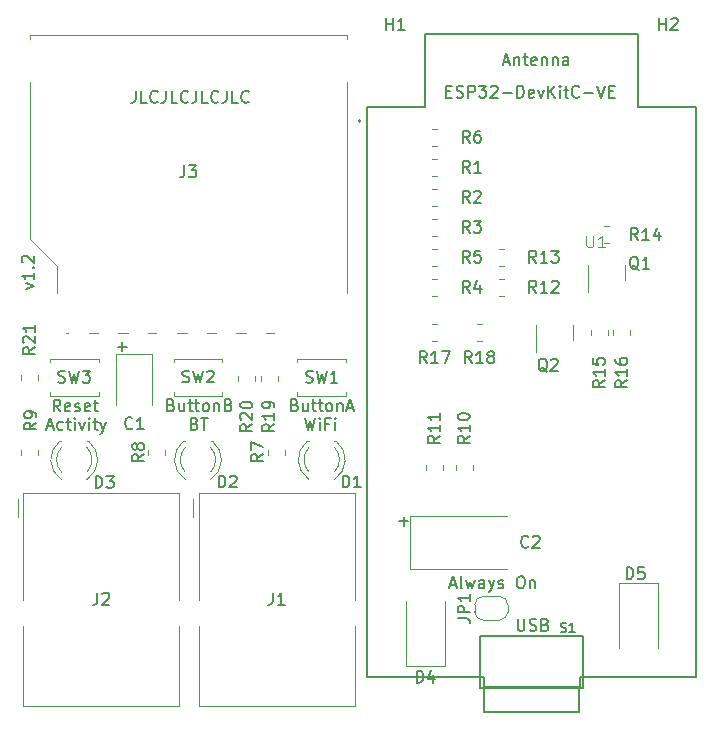
<source format=gbr>
%TF.GenerationSoftware,KiCad,Pcbnew,8.0.5*%
%TF.CreationDate,2024-11-23T20:38:19-06:00*%
%TF.ProjectId,fujinet-adam-devkit-smd,66756a69-6e65-4742-9d61-64616d2d6465,1.2*%
%TF.SameCoordinates,Original*%
%TF.FileFunction,Legend,Top*%
%TF.FilePolarity,Positive*%
%FSLAX46Y46*%
G04 Gerber Fmt 4.6, Leading zero omitted, Abs format (unit mm)*
G04 Created by KiCad (PCBNEW 8.0.5) date 2024-11-23 20:38:19*
%MOMM*%
%LPD*%
G01*
G04 APERTURE LIST*
%ADD10C,0.150000*%
%ADD11C,0.015000*%
%ADD12C,0.120000*%
%ADD13C,0.100000*%
%ADD14C,0.127000*%
%ADD15C,0.200000*%
G04 APERTURE END LIST*
D10*
X132924779Y-118233866D02*
X133686684Y-118233866D01*
X133305731Y-118614819D02*
X133305731Y-117852914D01*
X110604493Y-81800819D02*
X110604493Y-82515104D01*
X110604493Y-82515104D02*
X110556874Y-82657961D01*
X110556874Y-82657961D02*
X110461636Y-82753200D01*
X110461636Y-82753200D02*
X110318779Y-82800819D01*
X110318779Y-82800819D02*
X110223541Y-82800819D01*
X111556874Y-82800819D02*
X111080684Y-82800819D01*
X111080684Y-82800819D02*
X111080684Y-81800819D01*
X112461636Y-82705580D02*
X112414017Y-82753200D01*
X112414017Y-82753200D02*
X112271160Y-82800819D01*
X112271160Y-82800819D02*
X112175922Y-82800819D01*
X112175922Y-82800819D02*
X112033065Y-82753200D01*
X112033065Y-82753200D02*
X111937827Y-82657961D01*
X111937827Y-82657961D02*
X111890208Y-82562723D01*
X111890208Y-82562723D02*
X111842589Y-82372247D01*
X111842589Y-82372247D02*
X111842589Y-82229390D01*
X111842589Y-82229390D02*
X111890208Y-82038914D01*
X111890208Y-82038914D02*
X111937827Y-81943676D01*
X111937827Y-81943676D02*
X112033065Y-81848438D01*
X112033065Y-81848438D02*
X112175922Y-81800819D01*
X112175922Y-81800819D02*
X112271160Y-81800819D01*
X112271160Y-81800819D02*
X112414017Y-81848438D01*
X112414017Y-81848438D02*
X112461636Y-81896057D01*
X113175922Y-81800819D02*
X113175922Y-82515104D01*
X113175922Y-82515104D02*
X113128303Y-82657961D01*
X113128303Y-82657961D02*
X113033065Y-82753200D01*
X113033065Y-82753200D02*
X112890208Y-82800819D01*
X112890208Y-82800819D02*
X112794970Y-82800819D01*
X114128303Y-82800819D02*
X113652113Y-82800819D01*
X113652113Y-82800819D02*
X113652113Y-81800819D01*
X115033065Y-82705580D02*
X114985446Y-82753200D01*
X114985446Y-82753200D02*
X114842589Y-82800819D01*
X114842589Y-82800819D02*
X114747351Y-82800819D01*
X114747351Y-82800819D02*
X114604494Y-82753200D01*
X114604494Y-82753200D02*
X114509256Y-82657961D01*
X114509256Y-82657961D02*
X114461637Y-82562723D01*
X114461637Y-82562723D02*
X114414018Y-82372247D01*
X114414018Y-82372247D02*
X114414018Y-82229390D01*
X114414018Y-82229390D02*
X114461637Y-82038914D01*
X114461637Y-82038914D02*
X114509256Y-81943676D01*
X114509256Y-81943676D02*
X114604494Y-81848438D01*
X114604494Y-81848438D02*
X114747351Y-81800819D01*
X114747351Y-81800819D02*
X114842589Y-81800819D01*
X114842589Y-81800819D02*
X114985446Y-81848438D01*
X114985446Y-81848438D02*
X115033065Y-81896057D01*
X115747351Y-81800819D02*
X115747351Y-82515104D01*
X115747351Y-82515104D02*
X115699732Y-82657961D01*
X115699732Y-82657961D02*
X115604494Y-82753200D01*
X115604494Y-82753200D02*
X115461637Y-82800819D01*
X115461637Y-82800819D02*
X115366399Y-82800819D01*
X116699732Y-82800819D02*
X116223542Y-82800819D01*
X116223542Y-82800819D02*
X116223542Y-81800819D01*
X117604494Y-82705580D02*
X117556875Y-82753200D01*
X117556875Y-82753200D02*
X117414018Y-82800819D01*
X117414018Y-82800819D02*
X117318780Y-82800819D01*
X117318780Y-82800819D02*
X117175923Y-82753200D01*
X117175923Y-82753200D02*
X117080685Y-82657961D01*
X117080685Y-82657961D02*
X117033066Y-82562723D01*
X117033066Y-82562723D02*
X116985447Y-82372247D01*
X116985447Y-82372247D02*
X116985447Y-82229390D01*
X116985447Y-82229390D02*
X117033066Y-82038914D01*
X117033066Y-82038914D02*
X117080685Y-81943676D01*
X117080685Y-81943676D02*
X117175923Y-81848438D01*
X117175923Y-81848438D02*
X117318780Y-81800819D01*
X117318780Y-81800819D02*
X117414018Y-81800819D01*
X117414018Y-81800819D02*
X117556875Y-81848438D01*
X117556875Y-81848438D02*
X117604494Y-81896057D01*
X118318780Y-81800819D02*
X118318780Y-82515104D01*
X118318780Y-82515104D02*
X118271161Y-82657961D01*
X118271161Y-82657961D02*
X118175923Y-82753200D01*
X118175923Y-82753200D02*
X118033066Y-82800819D01*
X118033066Y-82800819D02*
X117937828Y-82800819D01*
X119271161Y-82800819D02*
X118794971Y-82800819D01*
X118794971Y-82800819D02*
X118794971Y-81800819D01*
X120175923Y-82705580D02*
X120128304Y-82753200D01*
X120128304Y-82753200D02*
X119985447Y-82800819D01*
X119985447Y-82800819D02*
X119890209Y-82800819D01*
X119890209Y-82800819D02*
X119747352Y-82753200D01*
X119747352Y-82753200D02*
X119652114Y-82657961D01*
X119652114Y-82657961D02*
X119604495Y-82562723D01*
X119604495Y-82562723D02*
X119556876Y-82372247D01*
X119556876Y-82372247D02*
X119556876Y-82229390D01*
X119556876Y-82229390D02*
X119604495Y-82038914D01*
X119604495Y-82038914D02*
X119652114Y-81943676D01*
X119652114Y-81943676D02*
X119747352Y-81848438D01*
X119747352Y-81848438D02*
X119890209Y-81800819D01*
X119890209Y-81800819D02*
X119985447Y-81800819D01*
X119985447Y-81800819D02*
X120128304Y-81848438D01*
X120128304Y-81848438D02*
X120175923Y-81896057D01*
X104235407Y-108929569D02*
X103902074Y-108453378D01*
X103663979Y-108929569D02*
X103663979Y-107929569D01*
X103663979Y-107929569D02*
X104044931Y-107929569D01*
X104044931Y-107929569D02*
X104140169Y-107977188D01*
X104140169Y-107977188D02*
X104187788Y-108024807D01*
X104187788Y-108024807D02*
X104235407Y-108120045D01*
X104235407Y-108120045D02*
X104235407Y-108262902D01*
X104235407Y-108262902D02*
X104187788Y-108358140D01*
X104187788Y-108358140D02*
X104140169Y-108405759D01*
X104140169Y-108405759D02*
X104044931Y-108453378D01*
X104044931Y-108453378D02*
X103663979Y-108453378D01*
X105044931Y-108881950D02*
X104949693Y-108929569D01*
X104949693Y-108929569D02*
X104759217Y-108929569D01*
X104759217Y-108929569D02*
X104663979Y-108881950D01*
X104663979Y-108881950D02*
X104616360Y-108786711D01*
X104616360Y-108786711D02*
X104616360Y-108405759D01*
X104616360Y-108405759D02*
X104663979Y-108310521D01*
X104663979Y-108310521D02*
X104759217Y-108262902D01*
X104759217Y-108262902D02*
X104949693Y-108262902D01*
X104949693Y-108262902D02*
X105044931Y-108310521D01*
X105044931Y-108310521D02*
X105092550Y-108405759D01*
X105092550Y-108405759D02*
X105092550Y-108500997D01*
X105092550Y-108500997D02*
X104616360Y-108596235D01*
X105473503Y-108881950D02*
X105568741Y-108929569D01*
X105568741Y-108929569D02*
X105759217Y-108929569D01*
X105759217Y-108929569D02*
X105854455Y-108881950D01*
X105854455Y-108881950D02*
X105902074Y-108786711D01*
X105902074Y-108786711D02*
X105902074Y-108739092D01*
X105902074Y-108739092D02*
X105854455Y-108643854D01*
X105854455Y-108643854D02*
X105759217Y-108596235D01*
X105759217Y-108596235D02*
X105616360Y-108596235D01*
X105616360Y-108596235D02*
X105521122Y-108548616D01*
X105521122Y-108548616D02*
X105473503Y-108453378D01*
X105473503Y-108453378D02*
X105473503Y-108405759D01*
X105473503Y-108405759D02*
X105521122Y-108310521D01*
X105521122Y-108310521D02*
X105616360Y-108262902D01*
X105616360Y-108262902D02*
X105759217Y-108262902D01*
X105759217Y-108262902D02*
X105854455Y-108310521D01*
X106711598Y-108881950D02*
X106616360Y-108929569D01*
X106616360Y-108929569D02*
X106425884Y-108929569D01*
X106425884Y-108929569D02*
X106330646Y-108881950D01*
X106330646Y-108881950D02*
X106283027Y-108786711D01*
X106283027Y-108786711D02*
X106283027Y-108405759D01*
X106283027Y-108405759D02*
X106330646Y-108310521D01*
X106330646Y-108310521D02*
X106425884Y-108262902D01*
X106425884Y-108262902D02*
X106616360Y-108262902D01*
X106616360Y-108262902D02*
X106711598Y-108310521D01*
X106711598Y-108310521D02*
X106759217Y-108405759D01*
X106759217Y-108405759D02*
X106759217Y-108500997D01*
X106759217Y-108500997D02*
X106283027Y-108596235D01*
X107044932Y-108262902D02*
X107425884Y-108262902D01*
X107187789Y-107929569D02*
X107187789Y-108786711D01*
X107187789Y-108786711D02*
X107235408Y-108881950D01*
X107235408Y-108881950D02*
X107330646Y-108929569D01*
X107330646Y-108929569D02*
X107425884Y-108929569D01*
X115605112Y-109963009D02*
X115747969Y-110010628D01*
X115747969Y-110010628D02*
X115795588Y-110058247D01*
X115795588Y-110058247D02*
X115843207Y-110153485D01*
X115843207Y-110153485D02*
X115843207Y-110296342D01*
X115843207Y-110296342D02*
X115795588Y-110391580D01*
X115795588Y-110391580D02*
X115747969Y-110439200D01*
X115747969Y-110439200D02*
X115652731Y-110486819D01*
X115652731Y-110486819D02*
X115271779Y-110486819D01*
X115271779Y-110486819D02*
X115271779Y-109486819D01*
X115271779Y-109486819D02*
X115605112Y-109486819D01*
X115605112Y-109486819D02*
X115700350Y-109534438D01*
X115700350Y-109534438D02*
X115747969Y-109582057D01*
X115747969Y-109582057D02*
X115795588Y-109677295D01*
X115795588Y-109677295D02*
X115795588Y-109772533D01*
X115795588Y-109772533D02*
X115747969Y-109867771D01*
X115747969Y-109867771D02*
X115700350Y-109915390D01*
X115700350Y-109915390D02*
X115605112Y-109963009D01*
X115605112Y-109963009D02*
X115271779Y-109963009D01*
X116128922Y-109486819D02*
X116700350Y-109486819D01*
X116414636Y-110486819D02*
X116414636Y-109486819D01*
X103108360Y-110201104D02*
X103584550Y-110201104D01*
X103013122Y-110486819D02*
X103346455Y-109486819D01*
X103346455Y-109486819D02*
X103679788Y-110486819D01*
X104441693Y-110439200D02*
X104346455Y-110486819D01*
X104346455Y-110486819D02*
X104155979Y-110486819D01*
X104155979Y-110486819D02*
X104060741Y-110439200D01*
X104060741Y-110439200D02*
X104013122Y-110391580D01*
X104013122Y-110391580D02*
X103965503Y-110296342D01*
X103965503Y-110296342D02*
X103965503Y-110010628D01*
X103965503Y-110010628D02*
X104013122Y-109915390D01*
X104013122Y-109915390D02*
X104060741Y-109867771D01*
X104060741Y-109867771D02*
X104155979Y-109820152D01*
X104155979Y-109820152D02*
X104346455Y-109820152D01*
X104346455Y-109820152D02*
X104441693Y-109867771D01*
X104727408Y-109820152D02*
X105108360Y-109820152D01*
X104870265Y-109486819D02*
X104870265Y-110343961D01*
X104870265Y-110343961D02*
X104917884Y-110439200D01*
X104917884Y-110439200D02*
X105013122Y-110486819D01*
X105013122Y-110486819D02*
X105108360Y-110486819D01*
X105441694Y-110486819D02*
X105441694Y-109820152D01*
X105441694Y-109486819D02*
X105394075Y-109534438D01*
X105394075Y-109534438D02*
X105441694Y-109582057D01*
X105441694Y-109582057D02*
X105489313Y-109534438D01*
X105489313Y-109534438D02*
X105441694Y-109486819D01*
X105441694Y-109486819D02*
X105441694Y-109582057D01*
X105822646Y-109820152D02*
X106060741Y-110486819D01*
X106060741Y-110486819D02*
X106298836Y-109820152D01*
X106679789Y-110486819D02*
X106679789Y-109820152D01*
X106679789Y-109486819D02*
X106632170Y-109534438D01*
X106632170Y-109534438D02*
X106679789Y-109582057D01*
X106679789Y-109582057D02*
X106727408Y-109534438D01*
X106727408Y-109534438D02*
X106679789Y-109486819D01*
X106679789Y-109486819D02*
X106679789Y-109582057D01*
X107013122Y-109820152D02*
X107394074Y-109820152D01*
X107155979Y-109486819D02*
X107155979Y-110343961D01*
X107155979Y-110343961D02*
X107203598Y-110439200D01*
X107203598Y-110439200D02*
X107298836Y-110486819D01*
X107298836Y-110486819D02*
X107394074Y-110486819D01*
X107632170Y-109820152D02*
X107870265Y-110486819D01*
X108108360Y-109820152D02*
X107870265Y-110486819D01*
X107870265Y-110486819D02*
X107775027Y-110724914D01*
X107775027Y-110724914D02*
X107727408Y-110772533D01*
X107727408Y-110772533D02*
X107632170Y-110820152D01*
X142957779Y-126504819D02*
X142957779Y-127314342D01*
X142957779Y-127314342D02*
X143005398Y-127409580D01*
X143005398Y-127409580D02*
X143053017Y-127457200D01*
X143053017Y-127457200D02*
X143148255Y-127504819D01*
X143148255Y-127504819D02*
X143338731Y-127504819D01*
X143338731Y-127504819D02*
X143433969Y-127457200D01*
X143433969Y-127457200D02*
X143481588Y-127409580D01*
X143481588Y-127409580D02*
X143529207Y-127314342D01*
X143529207Y-127314342D02*
X143529207Y-126504819D01*
X143957779Y-127457200D02*
X144100636Y-127504819D01*
X144100636Y-127504819D02*
X144338731Y-127504819D01*
X144338731Y-127504819D02*
X144433969Y-127457200D01*
X144433969Y-127457200D02*
X144481588Y-127409580D01*
X144481588Y-127409580D02*
X144529207Y-127314342D01*
X144529207Y-127314342D02*
X144529207Y-127219104D01*
X144529207Y-127219104D02*
X144481588Y-127123866D01*
X144481588Y-127123866D02*
X144433969Y-127076247D01*
X144433969Y-127076247D02*
X144338731Y-127028628D01*
X144338731Y-127028628D02*
X144148255Y-126981009D01*
X144148255Y-126981009D02*
X144053017Y-126933390D01*
X144053017Y-126933390D02*
X144005398Y-126885771D01*
X144005398Y-126885771D02*
X143957779Y-126790533D01*
X143957779Y-126790533D02*
X143957779Y-126695295D01*
X143957779Y-126695295D02*
X144005398Y-126600057D01*
X144005398Y-126600057D02*
X144053017Y-126552438D01*
X144053017Y-126552438D02*
X144148255Y-126504819D01*
X144148255Y-126504819D02*
X144386350Y-126504819D01*
X144386350Y-126504819D02*
X144529207Y-126552438D01*
X145291112Y-126981009D02*
X145433969Y-127028628D01*
X145433969Y-127028628D02*
X145481588Y-127076247D01*
X145481588Y-127076247D02*
X145529207Y-127171485D01*
X145529207Y-127171485D02*
X145529207Y-127314342D01*
X145529207Y-127314342D02*
X145481588Y-127409580D01*
X145481588Y-127409580D02*
X145433969Y-127457200D01*
X145433969Y-127457200D02*
X145338731Y-127504819D01*
X145338731Y-127504819D02*
X144957779Y-127504819D01*
X144957779Y-127504819D02*
X144957779Y-126504819D01*
X144957779Y-126504819D02*
X145291112Y-126504819D01*
X145291112Y-126504819D02*
X145386350Y-126552438D01*
X145386350Y-126552438D02*
X145433969Y-126600057D01*
X145433969Y-126600057D02*
X145481588Y-126695295D01*
X145481588Y-126695295D02*
X145481588Y-126790533D01*
X145481588Y-126790533D02*
X145433969Y-126885771D01*
X145433969Y-126885771D02*
X145386350Y-126933390D01*
X145386350Y-126933390D02*
X145291112Y-126981009D01*
X145291112Y-126981009D02*
X144957779Y-126981009D01*
X141767160Y-79340104D02*
X142243350Y-79340104D01*
X141671922Y-79625819D02*
X142005255Y-78625819D01*
X142005255Y-78625819D02*
X142338588Y-79625819D01*
X142671922Y-78959152D02*
X142671922Y-79625819D01*
X142671922Y-79054390D02*
X142719541Y-79006771D01*
X142719541Y-79006771D02*
X142814779Y-78959152D01*
X142814779Y-78959152D02*
X142957636Y-78959152D01*
X142957636Y-78959152D02*
X143052874Y-79006771D01*
X143052874Y-79006771D02*
X143100493Y-79102009D01*
X143100493Y-79102009D02*
X143100493Y-79625819D01*
X143433827Y-78959152D02*
X143814779Y-78959152D01*
X143576684Y-78625819D02*
X143576684Y-79482961D01*
X143576684Y-79482961D02*
X143624303Y-79578200D01*
X143624303Y-79578200D02*
X143719541Y-79625819D01*
X143719541Y-79625819D02*
X143814779Y-79625819D01*
X144529065Y-79578200D02*
X144433827Y-79625819D01*
X144433827Y-79625819D02*
X144243351Y-79625819D01*
X144243351Y-79625819D02*
X144148113Y-79578200D01*
X144148113Y-79578200D02*
X144100494Y-79482961D01*
X144100494Y-79482961D02*
X144100494Y-79102009D01*
X144100494Y-79102009D02*
X144148113Y-79006771D01*
X144148113Y-79006771D02*
X144243351Y-78959152D01*
X144243351Y-78959152D02*
X144433827Y-78959152D01*
X144433827Y-78959152D02*
X144529065Y-79006771D01*
X144529065Y-79006771D02*
X144576684Y-79102009D01*
X144576684Y-79102009D02*
X144576684Y-79197247D01*
X144576684Y-79197247D02*
X144100494Y-79292485D01*
X145005256Y-78959152D02*
X145005256Y-79625819D01*
X145005256Y-79054390D02*
X145052875Y-79006771D01*
X145052875Y-79006771D02*
X145148113Y-78959152D01*
X145148113Y-78959152D02*
X145290970Y-78959152D01*
X145290970Y-78959152D02*
X145386208Y-79006771D01*
X145386208Y-79006771D02*
X145433827Y-79102009D01*
X145433827Y-79102009D02*
X145433827Y-79625819D01*
X145910018Y-78959152D02*
X145910018Y-79625819D01*
X145910018Y-79054390D02*
X145957637Y-79006771D01*
X145957637Y-79006771D02*
X146052875Y-78959152D01*
X146052875Y-78959152D02*
X146195732Y-78959152D01*
X146195732Y-78959152D02*
X146290970Y-79006771D01*
X146290970Y-79006771D02*
X146338589Y-79102009D01*
X146338589Y-79102009D02*
X146338589Y-79625819D01*
X147243351Y-79625819D02*
X147243351Y-79102009D01*
X147243351Y-79102009D02*
X147195732Y-79006771D01*
X147195732Y-79006771D02*
X147100494Y-78959152D01*
X147100494Y-78959152D02*
X146910018Y-78959152D01*
X146910018Y-78959152D02*
X146814780Y-79006771D01*
X147243351Y-79578200D02*
X147148113Y-79625819D01*
X147148113Y-79625819D02*
X146910018Y-79625819D01*
X146910018Y-79625819D02*
X146814780Y-79578200D01*
X146814780Y-79578200D02*
X146767161Y-79482961D01*
X146767161Y-79482961D02*
X146767161Y-79387723D01*
X146767161Y-79387723D02*
X146814780Y-79292485D01*
X146814780Y-79292485D02*
X146910018Y-79244866D01*
X146910018Y-79244866D02*
X147148113Y-79244866D01*
X147148113Y-79244866D02*
X147243351Y-79197247D01*
X101311152Y-98564458D02*
X101977819Y-98326363D01*
X101977819Y-98326363D02*
X101311152Y-98088268D01*
X101977819Y-97183506D02*
X101977819Y-97754934D01*
X101977819Y-97469220D02*
X100977819Y-97469220D01*
X100977819Y-97469220D02*
X101120676Y-97564458D01*
X101120676Y-97564458D02*
X101215914Y-97659696D01*
X101215914Y-97659696D02*
X101263533Y-97754934D01*
X101882580Y-96754934D02*
X101930200Y-96707315D01*
X101930200Y-96707315D02*
X101977819Y-96754934D01*
X101977819Y-96754934D02*
X101930200Y-96802553D01*
X101930200Y-96802553D02*
X101882580Y-96754934D01*
X101882580Y-96754934D02*
X101977819Y-96754934D01*
X101073057Y-96326363D02*
X101025438Y-96278744D01*
X101025438Y-96278744D02*
X100977819Y-96183506D01*
X100977819Y-96183506D02*
X100977819Y-95945411D01*
X100977819Y-95945411D02*
X101025438Y-95850173D01*
X101025438Y-95850173D02*
X101073057Y-95802554D01*
X101073057Y-95802554D02*
X101168295Y-95754935D01*
X101168295Y-95754935D02*
X101263533Y-95754935D01*
X101263533Y-95754935D02*
X101406390Y-95802554D01*
X101406390Y-95802554D02*
X101977819Y-96373982D01*
X101977819Y-96373982D02*
X101977819Y-95754935D01*
X109093048Y-103451866D02*
X109854953Y-103451866D01*
X109474000Y-103832819D02*
X109474000Y-103070914D01*
X124955541Y-109486819D02*
X125193636Y-110486819D01*
X125193636Y-110486819D02*
X125384112Y-109772533D01*
X125384112Y-109772533D02*
X125574588Y-110486819D01*
X125574588Y-110486819D02*
X125812684Y-109486819D01*
X126193636Y-110486819D02*
X126193636Y-109820152D01*
X126193636Y-109486819D02*
X126146017Y-109534438D01*
X126146017Y-109534438D02*
X126193636Y-109582057D01*
X126193636Y-109582057D02*
X126241255Y-109534438D01*
X126241255Y-109534438D02*
X126193636Y-109486819D01*
X126193636Y-109486819D02*
X126193636Y-109582057D01*
X127003159Y-109963009D02*
X126669826Y-109963009D01*
X126669826Y-110486819D02*
X126669826Y-109486819D01*
X126669826Y-109486819D02*
X127146016Y-109486819D01*
X127526969Y-110486819D02*
X127526969Y-109820152D01*
X127526969Y-109486819D02*
X127479350Y-109534438D01*
X127479350Y-109534438D02*
X127526969Y-109582057D01*
X127526969Y-109582057D02*
X127574588Y-109534438D01*
X127574588Y-109534438D02*
X127526969Y-109486819D01*
X127526969Y-109486819D02*
X127526969Y-109582057D01*
X102054819Y-103512857D02*
X101578628Y-103846190D01*
X102054819Y-104084285D02*
X101054819Y-104084285D01*
X101054819Y-104084285D02*
X101054819Y-103703333D01*
X101054819Y-103703333D02*
X101102438Y-103608095D01*
X101102438Y-103608095D02*
X101150057Y-103560476D01*
X101150057Y-103560476D02*
X101245295Y-103512857D01*
X101245295Y-103512857D02*
X101388152Y-103512857D01*
X101388152Y-103512857D02*
X101483390Y-103560476D01*
X101483390Y-103560476D02*
X101531009Y-103608095D01*
X101531009Y-103608095D02*
X101578628Y-103703333D01*
X101578628Y-103703333D02*
X101578628Y-104084285D01*
X101150057Y-103131904D02*
X101102438Y-103084285D01*
X101102438Y-103084285D02*
X101054819Y-102989047D01*
X101054819Y-102989047D02*
X101054819Y-102750952D01*
X101054819Y-102750952D02*
X101102438Y-102655714D01*
X101102438Y-102655714D02*
X101150057Y-102608095D01*
X101150057Y-102608095D02*
X101245295Y-102560476D01*
X101245295Y-102560476D02*
X101340533Y-102560476D01*
X101340533Y-102560476D02*
X101483390Y-102608095D01*
X101483390Y-102608095D02*
X102054819Y-103179523D01*
X102054819Y-103179523D02*
X102054819Y-102560476D01*
X102054819Y-101608095D02*
X102054819Y-102179523D01*
X102054819Y-101893809D02*
X101054819Y-101893809D01*
X101054819Y-101893809D02*
X101197676Y-101989047D01*
X101197676Y-101989047D02*
X101292914Y-102084285D01*
X101292914Y-102084285D02*
X101340533Y-102179523D01*
X145446761Y-105579057D02*
X145351523Y-105531438D01*
X145351523Y-105531438D02*
X145256285Y-105436200D01*
X145256285Y-105436200D02*
X145113428Y-105293342D01*
X145113428Y-105293342D02*
X145018190Y-105245723D01*
X145018190Y-105245723D02*
X144922952Y-105245723D01*
X144970571Y-105483819D02*
X144875333Y-105436200D01*
X144875333Y-105436200D02*
X144780095Y-105340961D01*
X144780095Y-105340961D02*
X144732476Y-105150485D01*
X144732476Y-105150485D02*
X144732476Y-104817152D01*
X144732476Y-104817152D02*
X144780095Y-104626676D01*
X144780095Y-104626676D02*
X144875333Y-104531438D01*
X144875333Y-104531438D02*
X144970571Y-104483819D01*
X144970571Y-104483819D02*
X145161047Y-104483819D01*
X145161047Y-104483819D02*
X145256285Y-104531438D01*
X145256285Y-104531438D02*
X145351523Y-104626676D01*
X145351523Y-104626676D02*
X145399142Y-104817152D01*
X145399142Y-104817152D02*
X145399142Y-105150485D01*
X145399142Y-105150485D02*
X145351523Y-105340961D01*
X145351523Y-105340961D02*
X145256285Y-105436200D01*
X145256285Y-105436200D02*
X145161047Y-105483819D01*
X145161047Y-105483819D02*
X144970571Y-105483819D01*
X145780095Y-104579057D02*
X145827714Y-104531438D01*
X145827714Y-104531438D02*
X145922952Y-104483819D01*
X145922952Y-104483819D02*
X146161047Y-104483819D01*
X146161047Y-104483819D02*
X146256285Y-104531438D01*
X146256285Y-104531438D02*
X146303904Y-104579057D01*
X146303904Y-104579057D02*
X146351523Y-104674295D01*
X146351523Y-104674295D02*
X146351523Y-104769533D01*
X146351523Y-104769533D02*
X146303904Y-104912390D01*
X146303904Y-104912390D02*
X145732476Y-105483819D01*
X145732476Y-105483819D02*
X146351523Y-105483819D01*
X138884819Y-111005857D02*
X138408628Y-111339190D01*
X138884819Y-111577285D02*
X137884819Y-111577285D01*
X137884819Y-111577285D02*
X137884819Y-111196333D01*
X137884819Y-111196333D02*
X137932438Y-111101095D01*
X137932438Y-111101095D02*
X137980057Y-111053476D01*
X137980057Y-111053476D02*
X138075295Y-111005857D01*
X138075295Y-111005857D02*
X138218152Y-111005857D01*
X138218152Y-111005857D02*
X138313390Y-111053476D01*
X138313390Y-111053476D02*
X138361009Y-111101095D01*
X138361009Y-111101095D02*
X138408628Y-111196333D01*
X138408628Y-111196333D02*
X138408628Y-111577285D01*
X138884819Y-110053476D02*
X138884819Y-110624904D01*
X138884819Y-110339190D02*
X137884819Y-110339190D01*
X137884819Y-110339190D02*
X138027676Y-110434428D01*
X138027676Y-110434428D02*
X138122914Y-110529666D01*
X138122914Y-110529666D02*
X138170533Y-110624904D01*
X137884819Y-109434428D02*
X137884819Y-109339190D01*
X137884819Y-109339190D02*
X137932438Y-109243952D01*
X137932438Y-109243952D02*
X137980057Y-109196333D01*
X137980057Y-109196333D02*
X138075295Y-109148714D01*
X138075295Y-109148714D02*
X138265771Y-109101095D01*
X138265771Y-109101095D02*
X138503866Y-109101095D01*
X138503866Y-109101095D02*
X138694342Y-109148714D01*
X138694342Y-109148714D02*
X138789580Y-109196333D01*
X138789580Y-109196333D02*
X138837200Y-109243952D01*
X138837200Y-109243952D02*
X138884819Y-109339190D01*
X138884819Y-109339190D02*
X138884819Y-109434428D01*
X138884819Y-109434428D02*
X138837200Y-109529666D01*
X138837200Y-109529666D02*
X138789580Y-109577285D01*
X138789580Y-109577285D02*
X138694342Y-109624904D01*
X138694342Y-109624904D02*
X138503866Y-109672523D01*
X138503866Y-109672523D02*
X138265771Y-109672523D01*
X138265771Y-109672523D02*
X138075295Y-109624904D01*
X138075295Y-109624904D02*
X137980057Y-109577285D01*
X137980057Y-109577285D02*
X137932438Y-109529666D01*
X137932438Y-109529666D02*
X137884819Y-109434428D01*
X138898333Y-88719819D02*
X138565000Y-88243628D01*
X138326905Y-88719819D02*
X138326905Y-87719819D01*
X138326905Y-87719819D02*
X138707857Y-87719819D01*
X138707857Y-87719819D02*
X138803095Y-87767438D01*
X138803095Y-87767438D02*
X138850714Y-87815057D01*
X138850714Y-87815057D02*
X138898333Y-87910295D01*
X138898333Y-87910295D02*
X138898333Y-88053152D01*
X138898333Y-88053152D02*
X138850714Y-88148390D01*
X138850714Y-88148390D02*
X138803095Y-88196009D01*
X138803095Y-88196009D02*
X138707857Y-88243628D01*
X138707857Y-88243628D02*
X138326905Y-88243628D01*
X139850714Y-88719819D02*
X139279286Y-88719819D01*
X139565000Y-88719819D02*
X139565000Y-87719819D01*
X139565000Y-87719819D02*
X139469762Y-87862676D01*
X139469762Y-87862676D02*
X139374524Y-87957914D01*
X139374524Y-87957914D02*
X139279286Y-88005533D01*
X104076667Y-106452200D02*
X104219524Y-106499819D01*
X104219524Y-106499819D02*
X104457619Y-106499819D01*
X104457619Y-106499819D02*
X104552857Y-106452200D01*
X104552857Y-106452200D02*
X104600476Y-106404580D01*
X104600476Y-106404580D02*
X104648095Y-106309342D01*
X104648095Y-106309342D02*
X104648095Y-106214104D01*
X104648095Y-106214104D02*
X104600476Y-106118866D01*
X104600476Y-106118866D02*
X104552857Y-106071247D01*
X104552857Y-106071247D02*
X104457619Y-106023628D01*
X104457619Y-106023628D02*
X104267143Y-105976009D01*
X104267143Y-105976009D02*
X104171905Y-105928390D01*
X104171905Y-105928390D02*
X104124286Y-105880771D01*
X104124286Y-105880771D02*
X104076667Y-105785533D01*
X104076667Y-105785533D02*
X104076667Y-105690295D01*
X104076667Y-105690295D02*
X104124286Y-105595057D01*
X104124286Y-105595057D02*
X104171905Y-105547438D01*
X104171905Y-105547438D02*
X104267143Y-105499819D01*
X104267143Y-105499819D02*
X104505238Y-105499819D01*
X104505238Y-105499819D02*
X104648095Y-105547438D01*
X104981429Y-105499819D02*
X105219524Y-106499819D01*
X105219524Y-106499819D02*
X105410000Y-105785533D01*
X105410000Y-105785533D02*
X105600476Y-106499819D01*
X105600476Y-106499819D02*
X105838572Y-105499819D01*
X106124286Y-105499819D02*
X106743333Y-105499819D01*
X106743333Y-105499819D02*
X106410000Y-105880771D01*
X106410000Y-105880771D02*
X106552857Y-105880771D01*
X106552857Y-105880771D02*
X106648095Y-105928390D01*
X106648095Y-105928390D02*
X106695714Y-105976009D01*
X106695714Y-105976009D02*
X106743333Y-106071247D01*
X106743333Y-106071247D02*
X106743333Y-106309342D01*
X106743333Y-106309342D02*
X106695714Y-106404580D01*
X106695714Y-106404580D02*
X106648095Y-106452200D01*
X106648095Y-106452200D02*
X106552857Y-106499819D01*
X106552857Y-106499819D02*
X106267143Y-106499819D01*
X106267143Y-106499819D02*
X106171905Y-106452200D01*
X106171905Y-106452200D02*
X106124286Y-106404580D01*
X122221666Y-124295819D02*
X122221666Y-125010104D01*
X122221666Y-125010104D02*
X122174047Y-125152961D01*
X122174047Y-125152961D02*
X122078809Y-125248200D01*
X122078809Y-125248200D02*
X121935952Y-125295819D01*
X121935952Y-125295819D02*
X121840714Y-125295819D01*
X123221666Y-125295819D02*
X122650238Y-125295819D01*
X122935952Y-125295819D02*
X122935952Y-124295819D01*
X122935952Y-124295819D02*
X122840714Y-124438676D01*
X122840714Y-124438676D02*
X122745476Y-124533914D01*
X122745476Y-124533914D02*
X122650238Y-124581533D01*
X137884819Y-126436333D02*
X138599104Y-126436333D01*
X138599104Y-126436333D02*
X138741961Y-126483952D01*
X138741961Y-126483952D02*
X138837200Y-126579190D01*
X138837200Y-126579190D02*
X138884819Y-126722047D01*
X138884819Y-126722047D02*
X138884819Y-126817285D01*
X138884819Y-125960142D02*
X137884819Y-125960142D01*
X137884819Y-125960142D02*
X137884819Y-125579190D01*
X137884819Y-125579190D02*
X137932438Y-125483952D01*
X137932438Y-125483952D02*
X137980057Y-125436333D01*
X137980057Y-125436333D02*
X138075295Y-125388714D01*
X138075295Y-125388714D02*
X138218152Y-125388714D01*
X138218152Y-125388714D02*
X138313390Y-125436333D01*
X138313390Y-125436333D02*
X138361009Y-125483952D01*
X138361009Y-125483952D02*
X138408628Y-125579190D01*
X138408628Y-125579190D02*
X138408628Y-125960142D01*
X138884819Y-124436333D02*
X138884819Y-125007761D01*
X138884819Y-124722047D02*
X137884819Y-124722047D01*
X137884819Y-124722047D02*
X138027676Y-124817285D01*
X138027676Y-124817285D02*
X138122914Y-124912523D01*
X138122914Y-124912523D02*
X138170533Y-125007761D01*
X137223952Y-123613104D02*
X137700142Y-123613104D01*
X137128714Y-123898819D02*
X137462047Y-122898819D01*
X137462047Y-122898819D02*
X137795380Y-123898819D01*
X138271571Y-123898819D02*
X138176333Y-123851200D01*
X138176333Y-123851200D02*
X138128714Y-123755961D01*
X138128714Y-123755961D02*
X138128714Y-122898819D01*
X138557286Y-123232152D02*
X138747762Y-123898819D01*
X138747762Y-123898819D02*
X138938238Y-123422628D01*
X138938238Y-123422628D02*
X139128714Y-123898819D01*
X139128714Y-123898819D02*
X139319190Y-123232152D01*
X140128714Y-123898819D02*
X140128714Y-123375009D01*
X140128714Y-123375009D02*
X140081095Y-123279771D01*
X140081095Y-123279771D02*
X139985857Y-123232152D01*
X139985857Y-123232152D02*
X139795381Y-123232152D01*
X139795381Y-123232152D02*
X139700143Y-123279771D01*
X140128714Y-123851200D02*
X140033476Y-123898819D01*
X140033476Y-123898819D02*
X139795381Y-123898819D01*
X139795381Y-123898819D02*
X139700143Y-123851200D01*
X139700143Y-123851200D02*
X139652524Y-123755961D01*
X139652524Y-123755961D02*
X139652524Y-123660723D01*
X139652524Y-123660723D02*
X139700143Y-123565485D01*
X139700143Y-123565485D02*
X139795381Y-123517866D01*
X139795381Y-123517866D02*
X140033476Y-123517866D01*
X140033476Y-123517866D02*
X140128714Y-123470247D01*
X140509667Y-123232152D02*
X140747762Y-123898819D01*
X140985857Y-123232152D02*
X140747762Y-123898819D01*
X140747762Y-123898819D02*
X140652524Y-124136914D01*
X140652524Y-124136914D02*
X140604905Y-124184533D01*
X140604905Y-124184533D02*
X140509667Y-124232152D01*
X141319191Y-123851200D02*
X141414429Y-123898819D01*
X141414429Y-123898819D02*
X141604905Y-123898819D01*
X141604905Y-123898819D02*
X141700143Y-123851200D01*
X141700143Y-123851200D02*
X141747762Y-123755961D01*
X141747762Y-123755961D02*
X141747762Y-123708342D01*
X141747762Y-123708342D02*
X141700143Y-123613104D01*
X141700143Y-123613104D02*
X141604905Y-123565485D01*
X141604905Y-123565485D02*
X141462048Y-123565485D01*
X141462048Y-123565485D02*
X141366810Y-123517866D01*
X141366810Y-123517866D02*
X141319191Y-123422628D01*
X141319191Y-123422628D02*
X141319191Y-123375009D01*
X141319191Y-123375009D02*
X141366810Y-123279771D01*
X141366810Y-123279771D02*
X141462048Y-123232152D01*
X141462048Y-123232152D02*
X141604905Y-123232152D01*
X141604905Y-123232152D02*
X141700143Y-123279771D01*
X143128715Y-122898819D02*
X143319191Y-122898819D01*
X143319191Y-122898819D02*
X143414429Y-122946438D01*
X143414429Y-122946438D02*
X143509667Y-123041676D01*
X143509667Y-123041676D02*
X143557286Y-123232152D01*
X143557286Y-123232152D02*
X143557286Y-123565485D01*
X143557286Y-123565485D02*
X143509667Y-123755961D01*
X143509667Y-123755961D02*
X143414429Y-123851200D01*
X143414429Y-123851200D02*
X143319191Y-123898819D01*
X143319191Y-123898819D02*
X143128715Y-123898819D01*
X143128715Y-123898819D02*
X143033477Y-123851200D01*
X143033477Y-123851200D02*
X142938239Y-123755961D01*
X142938239Y-123755961D02*
X142890620Y-123565485D01*
X142890620Y-123565485D02*
X142890620Y-123232152D01*
X142890620Y-123232152D02*
X142938239Y-123041676D01*
X142938239Y-123041676D02*
X143033477Y-122946438D01*
X143033477Y-122946438D02*
X143128715Y-122898819D01*
X143985858Y-123232152D02*
X143985858Y-123898819D01*
X143985858Y-123327390D02*
X144033477Y-123279771D01*
X144033477Y-123279771D02*
X144128715Y-123232152D01*
X144128715Y-123232152D02*
X144271572Y-123232152D01*
X144271572Y-123232152D02*
X144366810Y-123279771D01*
X144366810Y-123279771D02*
X144414429Y-123375009D01*
X144414429Y-123375009D02*
X144414429Y-123898819D01*
X120469819Y-110015257D02*
X119993628Y-110348590D01*
X120469819Y-110586685D02*
X119469819Y-110586685D01*
X119469819Y-110586685D02*
X119469819Y-110205733D01*
X119469819Y-110205733D02*
X119517438Y-110110495D01*
X119517438Y-110110495D02*
X119565057Y-110062876D01*
X119565057Y-110062876D02*
X119660295Y-110015257D01*
X119660295Y-110015257D02*
X119803152Y-110015257D01*
X119803152Y-110015257D02*
X119898390Y-110062876D01*
X119898390Y-110062876D02*
X119946009Y-110110495D01*
X119946009Y-110110495D02*
X119993628Y-110205733D01*
X119993628Y-110205733D02*
X119993628Y-110586685D01*
X119565057Y-109634304D02*
X119517438Y-109586685D01*
X119517438Y-109586685D02*
X119469819Y-109491447D01*
X119469819Y-109491447D02*
X119469819Y-109253352D01*
X119469819Y-109253352D02*
X119517438Y-109158114D01*
X119517438Y-109158114D02*
X119565057Y-109110495D01*
X119565057Y-109110495D02*
X119660295Y-109062876D01*
X119660295Y-109062876D02*
X119755533Y-109062876D01*
X119755533Y-109062876D02*
X119898390Y-109110495D01*
X119898390Y-109110495D02*
X120469819Y-109681923D01*
X120469819Y-109681923D02*
X120469819Y-109062876D01*
X119469819Y-108443828D02*
X119469819Y-108348590D01*
X119469819Y-108348590D02*
X119517438Y-108253352D01*
X119517438Y-108253352D02*
X119565057Y-108205733D01*
X119565057Y-108205733D02*
X119660295Y-108158114D01*
X119660295Y-108158114D02*
X119850771Y-108110495D01*
X119850771Y-108110495D02*
X120088866Y-108110495D01*
X120088866Y-108110495D02*
X120279342Y-108158114D01*
X120279342Y-108158114D02*
X120374580Y-108205733D01*
X120374580Y-108205733D02*
X120422200Y-108253352D01*
X120422200Y-108253352D02*
X120469819Y-108348590D01*
X120469819Y-108348590D02*
X120469819Y-108443828D01*
X120469819Y-108443828D02*
X120422200Y-108539066D01*
X120422200Y-108539066D02*
X120374580Y-108586685D01*
X120374580Y-108586685D02*
X120279342Y-108634304D01*
X120279342Y-108634304D02*
X120088866Y-108681923D01*
X120088866Y-108681923D02*
X119850771Y-108681923D01*
X119850771Y-108681923D02*
X119660295Y-108634304D01*
X119660295Y-108634304D02*
X119565057Y-108586685D01*
X119565057Y-108586685D02*
X119517438Y-108539066D01*
X119517438Y-108539066D02*
X119469819Y-108443828D01*
X138898333Y-98879819D02*
X138565000Y-98403628D01*
X138326905Y-98879819D02*
X138326905Y-97879819D01*
X138326905Y-97879819D02*
X138707857Y-97879819D01*
X138707857Y-97879819D02*
X138803095Y-97927438D01*
X138803095Y-97927438D02*
X138850714Y-97975057D01*
X138850714Y-97975057D02*
X138898333Y-98070295D01*
X138898333Y-98070295D02*
X138898333Y-98213152D01*
X138898333Y-98213152D02*
X138850714Y-98308390D01*
X138850714Y-98308390D02*
X138803095Y-98356009D01*
X138803095Y-98356009D02*
X138707857Y-98403628D01*
X138707857Y-98403628D02*
X138326905Y-98403628D01*
X139755476Y-98213152D02*
X139755476Y-98879819D01*
X139517381Y-97832200D02*
X139279286Y-98546485D01*
X139279286Y-98546485D02*
X139898333Y-98546485D01*
X114728666Y-88100819D02*
X114728666Y-88815104D01*
X114728666Y-88815104D02*
X114681047Y-88957961D01*
X114681047Y-88957961D02*
X114585809Y-89053200D01*
X114585809Y-89053200D02*
X114442952Y-89100819D01*
X114442952Y-89100819D02*
X114347714Y-89100819D01*
X115109619Y-88100819D02*
X115728666Y-88100819D01*
X115728666Y-88100819D02*
X115395333Y-88481771D01*
X115395333Y-88481771D02*
X115538190Y-88481771D01*
X115538190Y-88481771D02*
X115633428Y-88529390D01*
X115633428Y-88529390D02*
X115681047Y-88577009D01*
X115681047Y-88577009D02*
X115728666Y-88672247D01*
X115728666Y-88672247D02*
X115728666Y-88910342D01*
X115728666Y-88910342D02*
X115681047Y-89005580D01*
X115681047Y-89005580D02*
X115633428Y-89053200D01*
X115633428Y-89053200D02*
X115538190Y-89100819D01*
X115538190Y-89100819D02*
X115252476Y-89100819D01*
X115252476Y-89100819D02*
X115157238Y-89053200D01*
X115157238Y-89053200D02*
X115109619Y-89005580D01*
X144518142Y-98879819D02*
X144184809Y-98403628D01*
X143946714Y-98879819D02*
X143946714Y-97879819D01*
X143946714Y-97879819D02*
X144327666Y-97879819D01*
X144327666Y-97879819D02*
X144422904Y-97927438D01*
X144422904Y-97927438D02*
X144470523Y-97975057D01*
X144470523Y-97975057D02*
X144518142Y-98070295D01*
X144518142Y-98070295D02*
X144518142Y-98213152D01*
X144518142Y-98213152D02*
X144470523Y-98308390D01*
X144470523Y-98308390D02*
X144422904Y-98356009D01*
X144422904Y-98356009D02*
X144327666Y-98403628D01*
X144327666Y-98403628D02*
X143946714Y-98403628D01*
X145470523Y-98879819D02*
X144899095Y-98879819D01*
X145184809Y-98879819D02*
X145184809Y-97879819D01*
X145184809Y-97879819D02*
X145089571Y-98022676D01*
X145089571Y-98022676D02*
X144994333Y-98117914D01*
X144994333Y-98117914D02*
X144899095Y-98165533D01*
X145851476Y-97975057D02*
X145899095Y-97927438D01*
X145899095Y-97927438D02*
X145994333Y-97879819D01*
X145994333Y-97879819D02*
X146232428Y-97879819D01*
X146232428Y-97879819D02*
X146327666Y-97927438D01*
X146327666Y-97927438D02*
X146375285Y-97975057D01*
X146375285Y-97975057D02*
X146422904Y-98070295D01*
X146422904Y-98070295D02*
X146422904Y-98165533D01*
X146422904Y-98165533D02*
X146375285Y-98308390D01*
X146375285Y-98308390D02*
X145803857Y-98879819D01*
X145803857Y-98879819D02*
X146422904Y-98879819D01*
X153138142Y-94434819D02*
X152804809Y-93958628D01*
X152566714Y-94434819D02*
X152566714Y-93434819D01*
X152566714Y-93434819D02*
X152947666Y-93434819D01*
X152947666Y-93434819D02*
X153042904Y-93482438D01*
X153042904Y-93482438D02*
X153090523Y-93530057D01*
X153090523Y-93530057D02*
X153138142Y-93625295D01*
X153138142Y-93625295D02*
X153138142Y-93768152D01*
X153138142Y-93768152D02*
X153090523Y-93863390D01*
X153090523Y-93863390D02*
X153042904Y-93911009D01*
X153042904Y-93911009D02*
X152947666Y-93958628D01*
X152947666Y-93958628D02*
X152566714Y-93958628D01*
X154090523Y-94434819D02*
X153519095Y-94434819D01*
X153804809Y-94434819D02*
X153804809Y-93434819D01*
X153804809Y-93434819D02*
X153709571Y-93577676D01*
X153709571Y-93577676D02*
X153614333Y-93672914D01*
X153614333Y-93672914D02*
X153519095Y-93720533D01*
X154947666Y-93768152D02*
X154947666Y-94434819D01*
X154709571Y-93387200D02*
X154471476Y-94101485D01*
X154471476Y-94101485D02*
X155090523Y-94101485D01*
X153193761Y-96943057D02*
X153098523Y-96895438D01*
X153098523Y-96895438D02*
X153003285Y-96800200D01*
X153003285Y-96800200D02*
X152860428Y-96657342D01*
X152860428Y-96657342D02*
X152765190Y-96609723D01*
X152765190Y-96609723D02*
X152669952Y-96609723D01*
X152717571Y-96847819D02*
X152622333Y-96800200D01*
X152622333Y-96800200D02*
X152527095Y-96704961D01*
X152527095Y-96704961D02*
X152479476Y-96514485D01*
X152479476Y-96514485D02*
X152479476Y-96181152D01*
X152479476Y-96181152D02*
X152527095Y-95990676D01*
X152527095Y-95990676D02*
X152622333Y-95895438D01*
X152622333Y-95895438D02*
X152717571Y-95847819D01*
X152717571Y-95847819D02*
X152908047Y-95847819D01*
X152908047Y-95847819D02*
X153003285Y-95895438D01*
X153003285Y-95895438D02*
X153098523Y-95990676D01*
X153098523Y-95990676D02*
X153146142Y-96181152D01*
X153146142Y-96181152D02*
X153146142Y-96514485D01*
X153146142Y-96514485D02*
X153098523Y-96704961D01*
X153098523Y-96704961D02*
X153003285Y-96800200D01*
X153003285Y-96800200D02*
X152908047Y-96847819D01*
X152908047Y-96847819D02*
X152717571Y-96847819D01*
X154098523Y-96847819D02*
X153527095Y-96847819D01*
X153812809Y-96847819D02*
X153812809Y-95847819D01*
X153812809Y-95847819D02*
X153717571Y-95990676D01*
X153717571Y-95990676D02*
X153622333Y-96085914D01*
X153622333Y-96085914D02*
X153527095Y-96133533D01*
X146593074Y-127572972D02*
X146705560Y-127610467D01*
X146705560Y-127610467D02*
X146893037Y-127610467D01*
X146893037Y-127610467D02*
X146968027Y-127572972D01*
X146968027Y-127572972D02*
X147005523Y-127535476D01*
X147005523Y-127535476D02*
X147043018Y-127460486D01*
X147043018Y-127460486D02*
X147043018Y-127385495D01*
X147043018Y-127385495D02*
X147005523Y-127310504D01*
X147005523Y-127310504D02*
X146968027Y-127273009D01*
X146968027Y-127273009D02*
X146893037Y-127235514D01*
X146893037Y-127235514D02*
X146743055Y-127198018D01*
X146743055Y-127198018D02*
X146668065Y-127160523D01*
X146668065Y-127160523D02*
X146630569Y-127123028D01*
X146630569Y-127123028D02*
X146593074Y-127048037D01*
X146593074Y-127048037D02*
X146593074Y-126973046D01*
X146593074Y-126973046D02*
X146630569Y-126898056D01*
X146630569Y-126898056D02*
X146668065Y-126860560D01*
X146668065Y-126860560D02*
X146743055Y-126823065D01*
X146743055Y-126823065D02*
X146930532Y-126823065D01*
X146930532Y-126823065D02*
X147043018Y-126860560D01*
X147792925Y-127610467D02*
X147342981Y-127610467D01*
X147567953Y-127610467D02*
X147567953Y-126823065D01*
X147567953Y-126823065D02*
X147492962Y-126935551D01*
X147492962Y-126935551D02*
X147417972Y-127010542D01*
X147417972Y-127010542D02*
X147342981Y-127048037D01*
X135247142Y-104848819D02*
X134913809Y-104372628D01*
X134675714Y-104848819D02*
X134675714Y-103848819D01*
X134675714Y-103848819D02*
X135056666Y-103848819D01*
X135056666Y-103848819D02*
X135151904Y-103896438D01*
X135151904Y-103896438D02*
X135199523Y-103944057D01*
X135199523Y-103944057D02*
X135247142Y-104039295D01*
X135247142Y-104039295D02*
X135247142Y-104182152D01*
X135247142Y-104182152D02*
X135199523Y-104277390D01*
X135199523Y-104277390D02*
X135151904Y-104325009D01*
X135151904Y-104325009D02*
X135056666Y-104372628D01*
X135056666Y-104372628D02*
X134675714Y-104372628D01*
X136199523Y-104848819D02*
X135628095Y-104848819D01*
X135913809Y-104848819D02*
X135913809Y-103848819D01*
X135913809Y-103848819D02*
X135818571Y-103991676D01*
X135818571Y-103991676D02*
X135723333Y-104086914D01*
X135723333Y-104086914D02*
X135628095Y-104134533D01*
X136532857Y-103848819D02*
X137199523Y-103848819D01*
X137199523Y-103848819D02*
X136770952Y-104848819D01*
X134389905Y-131899819D02*
X134389905Y-130899819D01*
X134389905Y-130899819D02*
X134628000Y-130899819D01*
X134628000Y-130899819D02*
X134770857Y-130947438D01*
X134770857Y-130947438D02*
X134866095Y-131042676D01*
X134866095Y-131042676D02*
X134913714Y-131137914D01*
X134913714Y-131137914D02*
X134961333Y-131328390D01*
X134961333Y-131328390D02*
X134961333Y-131471247D01*
X134961333Y-131471247D02*
X134913714Y-131661723D01*
X134913714Y-131661723D02*
X134866095Y-131756961D01*
X134866095Y-131756961D02*
X134770857Y-131852200D01*
X134770857Y-131852200D02*
X134628000Y-131899819D01*
X134628000Y-131899819D02*
X134389905Y-131899819D01*
X135818476Y-131233152D02*
X135818476Y-131899819D01*
X135580381Y-130852200D02*
X135342286Y-131566485D01*
X135342286Y-131566485D02*
X135961333Y-131566485D01*
X125031667Y-106452200D02*
X125174524Y-106499819D01*
X125174524Y-106499819D02*
X125412619Y-106499819D01*
X125412619Y-106499819D02*
X125507857Y-106452200D01*
X125507857Y-106452200D02*
X125555476Y-106404580D01*
X125555476Y-106404580D02*
X125603095Y-106309342D01*
X125603095Y-106309342D02*
X125603095Y-106214104D01*
X125603095Y-106214104D02*
X125555476Y-106118866D01*
X125555476Y-106118866D02*
X125507857Y-106071247D01*
X125507857Y-106071247D02*
X125412619Y-106023628D01*
X125412619Y-106023628D02*
X125222143Y-105976009D01*
X125222143Y-105976009D02*
X125126905Y-105928390D01*
X125126905Y-105928390D02*
X125079286Y-105880771D01*
X125079286Y-105880771D02*
X125031667Y-105785533D01*
X125031667Y-105785533D02*
X125031667Y-105690295D01*
X125031667Y-105690295D02*
X125079286Y-105595057D01*
X125079286Y-105595057D02*
X125126905Y-105547438D01*
X125126905Y-105547438D02*
X125222143Y-105499819D01*
X125222143Y-105499819D02*
X125460238Y-105499819D01*
X125460238Y-105499819D02*
X125603095Y-105547438D01*
X125936429Y-105499819D02*
X126174524Y-106499819D01*
X126174524Y-106499819D02*
X126365000Y-105785533D01*
X126365000Y-105785533D02*
X126555476Y-106499819D01*
X126555476Y-106499819D02*
X126793572Y-105499819D01*
X127698333Y-106499819D02*
X127126905Y-106499819D01*
X127412619Y-106499819D02*
X127412619Y-105499819D01*
X127412619Y-105499819D02*
X127317381Y-105642676D01*
X127317381Y-105642676D02*
X127222143Y-105737914D01*
X127222143Y-105737914D02*
X127126905Y-105785533D01*
X124079285Y-108389009D02*
X124222142Y-108436628D01*
X124222142Y-108436628D02*
X124269761Y-108484247D01*
X124269761Y-108484247D02*
X124317380Y-108579485D01*
X124317380Y-108579485D02*
X124317380Y-108722342D01*
X124317380Y-108722342D02*
X124269761Y-108817580D01*
X124269761Y-108817580D02*
X124222142Y-108865200D01*
X124222142Y-108865200D02*
X124126904Y-108912819D01*
X124126904Y-108912819D02*
X123745952Y-108912819D01*
X123745952Y-108912819D02*
X123745952Y-107912819D01*
X123745952Y-107912819D02*
X124079285Y-107912819D01*
X124079285Y-107912819D02*
X124174523Y-107960438D01*
X124174523Y-107960438D02*
X124222142Y-108008057D01*
X124222142Y-108008057D02*
X124269761Y-108103295D01*
X124269761Y-108103295D02*
X124269761Y-108198533D01*
X124269761Y-108198533D02*
X124222142Y-108293771D01*
X124222142Y-108293771D02*
X124174523Y-108341390D01*
X124174523Y-108341390D02*
X124079285Y-108389009D01*
X124079285Y-108389009D02*
X123745952Y-108389009D01*
X125174523Y-108246152D02*
X125174523Y-108912819D01*
X124745952Y-108246152D02*
X124745952Y-108769961D01*
X124745952Y-108769961D02*
X124793571Y-108865200D01*
X124793571Y-108865200D02*
X124888809Y-108912819D01*
X124888809Y-108912819D02*
X125031666Y-108912819D01*
X125031666Y-108912819D02*
X125126904Y-108865200D01*
X125126904Y-108865200D02*
X125174523Y-108817580D01*
X125507857Y-108246152D02*
X125888809Y-108246152D01*
X125650714Y-107912819D02*
X125650714Y-108769961D01*
X125650714Y-108769961D02*
X125698333Y-108865200D01*
X125698333Y-108865200D02*
X125793571Y-108912819D01*
X125793571Y-108912819D02*
X125888809Y-108912819D01*
X126079286Y-108246152D02*
X126460238Y-108246152D01*
X126222143Y-107912819D02*
X126222143Y-108769961D01*
X126222143Y-108769961D02*
X126269762Y-108865200D01*
X126269762Y-108865200D02*
X126365000Y-108912819D01*
X126365000Y-108912819D02*
X126460238Y-108912819D01*
X126936429Y-108912819D02*
X126841191Y-108865200D01*
X126841191Y-108865200D02*
X126793572Y-108817580D01*
X126793572Y-108817580D02*
X126745953Y-108722342D01*
X126745953Y-108722342D02*
X126745953Y-108436628D01*
X126745953Y-108436628D02*
X126793572Y-108341390D01*
X126793572Y-108341390D02*
X126841191Y-108293771D01*
X126841191Y-108293771D02*
X126936429Y-108246152D01*
X126936429Y-108246152D02*
X127079286Y-108246152D01*
X127079286Y-108246152D02*
X127174524Y-108293771D01*
X127174524Y-108293771D02*
X127222143Y-108341390D01*
X127222143Y-108341390D02*
X127269762Y-108436628D01*
X127269762Y-108436628D02*
X127269762Y-108722342D01*
X127269762Y-108722342D02*
X127222143Y-108817580D01*
X127222143Y-108817580D02*
X127174524Y-108865200D01*
X127174524Y-108865200D02*
X127079286Y-108912819D01*
X127079286Y-108912819D02*
X126936429Y-108912819D01*
X127698334Y-108246152D02*
X127698334Y-108912819D01*
X127698334Y-108341390D02*
X127745953Y-108293771D01*
X127745953Y-108293771D02*
X127841191Y-108246152D01*
X127841191Y-108246152D02*
X127984048Y-108246152D01*
X127984048Y-108246152D02*
X128079286Y-108293771D01*
X128079286Y-108293771D02*
X128126905Y-108389009D01*
X128126905Y-108389009D02*
X128126905Y-108912819D01*
X128555477Y-108627104D02*
X129031667Y-108627104D01*
X128460239Y-108912819D02*
X128793572Y-107912819D01*
X128793572Y-107912819D02*
X129126905Y-108912819D01*
X154940095Y-76637819D02*
X154940095Y-75637819D01*
X154940095Y-76114009D02*
X155511523Y-76114009D01*
X155511523Y-76637819D02*
X155511523Y-75637819D01*
X155940095Y-75733057D02*
X155987714Y-75685438D01*
X155987714Y-75685438D02*
X156082952Y-75637819D01*
X156082952Y-75637819D02*
X156321047Y-75637819D01*
X156321047Y-75637819D02*
X156416285Y-75685438D01*
X156416285Y-75685438D02*
X156463904Y-75733057D01*
X156463904Y-75733057D02*
X156511523Y-75828295D01*
X156511523Y-75828295D02*
X156511523Y-75923533D01*
X156511523Y-75923533D02*
X156463904Y-76066390D01*
X156463904Y-76066390D02*
X155892476Y-76637819D01*
X155892476Y-76637819D02*
X156511523Y-76637819D01*
D11*
X148778095Y-94046839D02*
X148778095Y-94856362D01*
X148778095Y-94856362D02*
X148825714Y-94951600D01*
X148825714Y-94951600D02*
X148873333Y-94999220D01*
X148873333Y-94999220D02*
X148968571Y-95046839D01*
X148968571Y-95046839D02*
X149159047Y-95046839D01*
X149159047Y-95046839D02*
X149254285Y-94999220D01*
X149254285Y-94999220D02*
X149301904Y-94951600D01*
X149301904Y-94951600D02*
X149349523Y-94856362D01*
X149349523Y-94856362D02*
X149349523Y-94046839D01*
X150349523Y-95046839D02*
X149778095Y-95046839D01*
X150063809Y-95046839D02*
X150063809Y-94046839D01*
X150063809Y-94046839D02*
X149968571Y-94189696D01*
X149968571Y-94189696D02*
X149873333Y-94284934D01*
X149873333Y-94284934D02*
X149778095Y-94332553D01*
D10*
X136922762Y-81846009D02*
X137256095Y-81846009D01*
X137398952Y-82369819D02*
X136922762Y-82369819D01*
X136922762Y-82369819D02*
X136922762Y-81369819D01*
X136922762Y-81369819D02*
X137398952Y-81369819D01*
X137779905Y-82322200D02*
X137922762Y-82369819D01*
X137922762Y-82369819D02*
X138160857Y-82369819D01*
X138160857Y-82369819D02*
X138256095Y-82322200D01*
X138256095Y-82322200D02*
X138303714Y-82274580D01*
X138303714Y-82274580D02*
X138351333Y-82179342D01*
X138351333Y-82179342D02*
X138351333Y-82084104D01*
X138351333Y-82084104D02*
X138303714Y-81988866D01*
X138303714Y-81988866D02*
X138256095Y-81941247D01*
X138256095Y-81941247D02*
X138160857Y-81893628D01*
X138160857Y-81893628D02*
X137970381Y-81846009D01*
X137970381Y-81846009D02*
X137875143Y-81798390D01*
X137875143Y-81798390D02*
X137827524Y-81750771D01*
X137827524Y-81750771D02*
X137779905Y-81655533D01*
X137779905Y-81655533D02*
X137779905Y-81560295D01*
X137779905Y-81560295D02*
X137827524Y-81465057D01*
X137827524Y-81465057D02*
X137875143Y-81417438D01*
X137875143Y-81417438D02*
X137970381Y-81369819D01*
X137970381Y-81369819D02*
X138208476Y-81369819D01*
X138208476Y-81369819D02*
X138351333Y-81417438D01*
X138779905Y-82369819D02*
X138779905Y-81369819D01*
X138779905Y-81369819D02*
X139160857Y-81369819D01*
X139160857Y-81369819D02*
X139256095Y-81417438D01*
X139256095Y-81417438D02*
X139303714Y-81465057D01*
X139303714Y-81465057D02*
X139351333Y-81560295D01*
X139351333Y-81560295D02*
X139351333Y-81703152D01*
X139351333Y-81703152D02*
X139303714Y-81798390D01*
X139303714Y-81798390D02*
X139256095Y-81846009D01*
X139256095Y-81846009D02*
X139160857Y-81893628D01*
X139160857Y-81893628D02*
X138779905Y-81893628D01*
X139684667Y-81369819D02*
X140303714Y-81369819D01*
X140303714Y-81369819D02*
X139970381Y-81750771D01*
X139970381Y-81750771D02*
X140113238Y-81750771D01*
X140113238Y-81750771D02*
X140208476Y-81798390D01*
X140208476Y-81798390D02*
X140256095Y-81846009D01*
X140256095Y-81846009D02*
X140303714Y-81941247D01*
X140303714Y-81941247D02*
X140303714Y-82179342D01*
X140303714Y-82179342D02*
X140256095Y-82274580D01*
X140256095Y-82274580D02*
X140208476Y-82322200D01*
X140208476Y-82322200D02*
X140113238Y-82369819D01*
X140113238Y-82369819D02*
X139827524Y-82369819D01*
X139827524Y-82369819D02*
X139732286Y-82322200D01*
X139732286Y-82322200D02*
X139684667Y-82274580D01*
X140684667Y-81465057D02*
X140732286Y-81417438D01*
X140732286Y-81417438D02*
X140827524Y-81369819D01*
X140827524Y-81369819D02*
X141065619Y-81369819D01*
X141065619Y-81369819D02*
X141160857Y-81417438D01*
X141160857Y-81417438D02*
X141208476Y-81465057D01*
X141208476Y-81465057D02*
X141256095Y-81560295D01*
X141256095Y-81560295D02*
X141256095Y-81655533D01*
X141256095Y-81655533D02*
X141208476Y-81798390D01*
X141208476Y-81798390D02*
X140637048Y-82369819D01*
X140637048Y-82369819D02*
X141256095Y-82369819D01*
X141684667Y-81988866D02*
X142446572Y-81988866D01*
X142922762Y-82369819D02*
X142922762Y-81369819D01*
X142922762Y-81369819D02*
X143160857Y-81369819D01*
X143160857Y-81369819D02*
X143303714Y-81417438D01*
X143303714Y-81417438D02*
X143398952Y-81512676D01*
X143398952Y-81512676D02*
X143446571Y-81607914D01*
X143446571Y-81607914D02*
X143494190Y-81798390D01*
X143494190Y-81798390D02*
X143494190Y-81941247D01*
X143494190Y-81941247D02*
X143446571Y-82131723D01*
X143446571Y-82131723D02*
X143398952Y-82226961D01*
X143398952Y-82226961D02*
X143303714Y-82322200D01*
X143303714Y-82322200D02*
X143160857Y-82369819D01*
X143160857Y-82369819D02*
X142922762Y-82369819D01*
X144303714Y-82322200D02*
X144208476Y-82369819D01*
X144208476Y-82369819D02*
X144018000Y-82369819D01*
X144018000Y-82369819D02*
X143922762Y-82322200D01*
X143922762Y-82322200D02*
X143875143Y-82226961D01*
X143875143Y-82226961D02*
X143875143Y-81846009D01*
X143875143Y-81846009D02*
X143922762Y-81750771D01*
X143922762Y-81750771D02*
X144018000Y-81703152D01*
X144018000Y-81703152D02*
X144208476Y-81703152D01*
X144208476Y-81703152D02*
X144303714Y-81750771D01*
X144303714Y-81750771D02*
X144351333Y-81846009D01*
X144351333Y-81846009D02*
X144351333Y-81941247D01*
X144351333Y-81941247D02*
X143875143Y-82036485D01*
X144684667Y-81703152D02*
X144922762Y-82369819D01*
X144922762Y-82369819D02*
X145160857Y-81703152D01*
X145541810Y-82369819D02*
X145541810Y-81369819D01*
X146113238Y-82369819D02*
X145684667Y-81798390D01*
X146113238Y-81369819D02*
X145541810Y-81941247D01*
X146541810Y-82369819D02*
X146541810Y-81703152D01*
X146541810Y-81369819D02*
X146494191Y-81417438D01*
X146494191Y-81417438D02*
X146541810Y-81465057D01*
X146541810Y-81465057D02*
X146589429Y-81417438D01*
X146589429Y-81417438D02*
X146541810Y-81369819D01*
X146541810Y-81369819D02*
X146541810Y-81465057D01*
X146875143Y-81703152D02*
X147256095Y-81703152D01*
X147018000Y-81369819D02*
X147018000Y-82226961D01*
X147018000Y-82226961D02*
X147065619Y-82322200D01*
X147065619Y-82322200D02*
X147160857Y-82369819D01*
X147160857Y-82369819D02*
X147256095Y-82369819D01*
X148160857Y-82274580D02*
X148113238Y-82322200D01*
X148113238Y-82322200D02*
X147970381Y-82369819D01*
X147970381Y-82369819D02*
X147875143Y-82369819D01*
X147875143Y-82369819D02*
X147732286Y-82322200D01*
X147732286Y-82322200D02*
X147637048Y-82226961D01*
X147637048Y-82226961D02*
X147589429Y-82131723D01*
X147589429Y-82131723D02*
X147541810Y-81941247D01*
X147541810Y-81941247D02*
X147541810Y-81798390D01*
X147541810Y-81798390D02*
X147589429Y-81607914D01*
X147589429Y-81607914D02*
X147637048Y-81512676D01*
X147637048Y-81512676D02*
X147732286Y-81417438D01*
X147732286Y-81417438D02*
X147875143Y-81369819D01*
X147875143Y-81369819D02*
X147970381Y-81369819D01*
X147970381Y-81369819D02*
X148113238Y-81417438D01*
X148113238Y-81417438D02*
X148160857Y-81465057D01*
X148589429Y-81988866D02*
X149351334Y-81988866D01*
X149684667Y-81369819D02*
X150018000Y-82369819D01*
X150018000Y-82369819D02*
X150351333Y-81369819D01*
X150684667Y-81846009D02*
X151018000Y-81846009D01*
X151160857Y-82369819D02*
X150684667Y-82369819D01*
X150684667Y-82369819D02*
X150684667Y-81369819D01*
X150684667Y-81369819D02*
X151160857Y-81369819D01*
X143851333Y-120374580D02*
X143803714Y-120422200D01*
X143803714Y-120422200D02*
X143660857Y-120469819D01*
X143660857Y-120469819D02*
X143565619Y-120469819D01*
X143565619Y-120469819D02*
X143422762Y-120422200D01*
X143422762Y-120422200D02*
X143327524Y-120326961D01*
X143327524Y-120326961D02*
X143279905Y-120231723D01*
X143279905Y-120231723D02*
X143232286Y-120041247D01*
X143232286Y-120041247D02*
X143232286Y-119898390D01*
X143232286Y-119898390D02*
X143279905Y-119707914D01*
X143279905Y-119707914D02*
X143327524Y-119612676D01*
X143327524Y-119612676D02*
X143422762Y-119517438D01*
X143422762Y-119517438D02*
X143565619Y-119469819D01*
X143565619Y-119469819D02*
X143660857Y-119469819D01*
X143660857Y-119469819D02*
X143803714Y-119517438D01*
X143803714Y-119517438D02*
X143851333Y-119565057D01*
X144232286Y-119565057D02*
X144279905Y-119517438D01*
X144279905Y-119517438D02*
X144375143Y-119469819D01*
X144375143Y-119469819D02*
X144613238Y-119469819D01*
X144613238Y-119469819D02*
X144708476Y-119517438D01*
X144708476Y-119517438D02*
X144756095Y-119565057D01*
X144756095Y-119565057D02*
X144803714Y-119660295D01*
X144803714Y-119660295D02*
X144803714Y-119755533D01*
X144803714Y-119755533D02*
X144756095Y-119898390D01*
X144756095Y-119898390D02*
X144184667Y-120469819D01*
X144184667Y-120469819D02*
X144803714Y-120469819D01*
X114566867Y-106426800D02*
X114709724Y-106474419D01*
X114709724Y-106474419D02*
X114947819Y-106474419D01*
X114947819Y-106474419D02*
X115043057Y-106426800D01*
X115043057Y-106426800D02*
X115090676Y-106379180D01*
X115090676Y-106379180D02*
X115138295Y-106283942D01*
X115138295Y-106283942D02*
X115138295Y-106188704D01*
X115138295Y-106188704D02*
X115090676Y-106093466D01*
X115090676Y-106093466D02*
X115043057Y-106045847D01*
X115043057Y-106045847D02*
X114947819Y-105998228D01*
X114947819Y-105998228D02*
X114757343Y-105950609D01*
X114757343Y-105950609D02*
X114662105Y-105902990D01*
X114662105Y-105902990D02*
X114614486Y-105855371D01*
X114614486Y-105855371D02*
X114566867Y-105760133D01*
X114566867Y-105760133D02*
X114566867Y-105664895D01*
X114566867Y-105664895D02*
X114614486Y-105569657D01*
X114614486Y-105569657D02*
X114662105Y-105522038D01*
X114662105Y-105522038D02*
X114757343Y-105474419D01*
X114757343Y-105474419D02*
X114995438Y-105474419D01*
X114995438Y-105474419D02*
X115138295Y-105522038D01*
X115471629Y-105474419D02*
X115709724Y-106474419D01*
X115709724Y-106474419D02*
X115900200Y-105760133D01*
X115900200Y-105760133D02*
X116090676Y-106474419D01*
X116090676Y-106474419D02*
X116328772Y-105474419D01*
X116662105Y-105569657D02*
X116709724Y-105522038D01*
X116709724Y-105522038D02*
X116804962Y-105474419D01*
X116804962Y-105474419D02*
X117043057Y-105474419D01*
X117043057Y-105474419D02*
X117138295Y-105522038D01*
X117138295Y-105522038D02*
X117185914Y-105569657D01*
X117185914Y-105569657D02*
X117233533Y-105664895D01*
X117233533Y-105664895D02*
X117233533Y-105760133D01*
X117233533Y-105760133D02*
X117185914Y-105902990D01*
X117185914Y-105902990D02*
X116614486Y-106474419D01*
X116614486Y-106474419D02*
X117233533Y-106474419D01*
X113619256Y-108389009D02*
X113762113Y-108436628D01*
X113762113Y-108436628D02*
X113809732Y-108484247D01*
X113809732Y-108484247D02*
X113857351Y-108579485D01*
X113857351Y-108579485D02*
X113857351Y-108722342D01*
X113857351Y-108722342D02*
X113809732Y-108817580D01*
X113809732Y-108817580D02*
X113762113Y-108865200D01*
X113762113Y-108865200D02*
X113666875Y-108912819D01*
X113666875Y-108912819D02*
X113285923Y-108912819D01*
X113285923Y-108912819D02*
X113285923Y-107912819D01*
X113285923Y-107912819D02*
X113619256Y-107912819D01*
X113619256Y-107912819D02*
X113714494Y-107960438D01*
X113714494Y-107960438D02*
X113762113Y-108008057D01*
X113762113Y-108008057D02*
X113809732Y-108103295D01*
X113809732Y-108103295D02*
X113809732Y-108198533D01*
X113809732Y-108198533D02*
X113762113Y-108293771D01*
X113762113Y-108293771D02*
X113714494Y-108341390D01*
X113714494Y-108341390D02*
X113619256Y-108389009D01*
X113619256Y-108389009D02*
X113285923Y-108389009D01*
X114714494Y-108246152D02*
X114714494Y-108912819D01*
X114285923Y-108246152D02*
X114285923Y-108769961D01*
X114285923Y-108769961D02*
X114333542Y-108865200D01*
X114333542Y-108865200D02*
X114428780Y-108912819D01*
X114428780Y-108912819D02*
X114571637Y-108912819D01*
X114571637Y-108912819D02*
X114666875Y-108865200D01*
X114666875Y-108865200D02*
X114714494Y-108817580D01*
X115047828Y-108246152D02*
X115428780Y-108246152D01*
X115190685Y-107912819D02*
X115190685Y-108769961D01*
X115190685Y-108769961D02*
X115238304Y-108865200D01*
X115238304Y-108865200D02*
X115333542Y-108912819D01*
X115333542Y-108912819D02*
X115428780Y-108912819D01*
X115619257Y-108246152D02*
X116000209Y-108246152D01*
X115762114Y-107912819D02*
X115762114Y-108769961D01*
X115762114Y-108769961D02*
X115809733Y-108865200D01*
X115809733Y-108865200D02*
X115904971Y-108912819D01*
X115904971Y-108912819D02*
X116000209Y-108912819D01*
X116476400Y-108912819D02*
X116381162Y-108865200D01*
X116381162Y-108865200D02*
X116333543Y-108817580D01*
X116333543Y-108817580D02*
X116285924Y-108722342D01*
X116285924Y-108722342D02*
X116285924Y-108436628D01*
X116285924Y-108436628D02*
X116333543Y-108341390D01*
X116333543Y-108341390D02*
X116381162Y-108293771D01*
X116381162Y-108293771D02*
X116476400Y-108246152D01*
X116476400Y-108246152D02*
X116619257Y-108246152D01*
X116619257Y-108246152D02*
X116714495Y-108293771D01*
X116714495Y-108293771D02*
X116762114Y-108341390D01*
X116762114Y-108341390D02*
X116809733Y-108436628D01*
X116809733Y-108436628D02*
X116809733Y-108722342D01*
X116809733Y-108722342D02*
X116762114Y-108817580D01*
X116762114Y-108817580D02*
X116714495Y-108865200D01*
X116714495Y-108865200D02*
X116619257Y-108912819D01*
X116619257Y-108912819D02*
X116476400Y-108912819D01*
X117238305Y-108246152D02*
X117238305Y-108912819D01*
X117238305Y-108341390D02*
X117285924Y-108293771D01*
X117285924Y-108293771D02*
X117381162Y-108246152D01*
X117381162Y-108246152D02*
X117524019Y-108246152D01*
X117524019Y-108246152D02*
X117619257Y-108293771D01*
X117619257Y-108293771D02*
X117666876Y-108389009D01*
X117666876Y-108389009D02*
X117666876Y-108912819D01*
X118476400Y-108389009D02*
X118619257Y-108436628D01*
X118619257Y-108436628D02*
X118666876Y-108484247D01*
X118666876Y-108484247D02*
X118714495Y-108579485D01*
X118714495Y-108579485D02*
X118714495Y-108722342D01*
X118714495Y-108722342D02*
X118666876Y-108817580D01*
X118666876Y-108817580D02*
X118619257Y-108865200D01*
X118619257Y-108865200D02*
X118524019Y-108912819D01*
X118524019Y-108912819D02*
X118143067Y-108912819D01*
X118143067Y-108912819D02*
X118143067Y-107912819D01*
X118143067Y-107912819D02*
X118476400Y-107912819D01*
X118476400Y-107912819D02*
X118571638Y-107960438D01*
X118571638Y-107960438D02*
X118619257Y-108008057D01*
X118619257Y-108008057D02*
X118666876Y-108103295D01*
X118666876Y-108103295D02*
X118666876Y-108198533D01*
X118666876Y-108198533D02*
X118619257Y-108293771D01*
X118619257Y-108293771D02*
X118571638Y-108341390D01*
X118571638Y-108341390D02*
X118476400Y-108389009D01*
X118476400Y-108389009D02*
X118143067Y-108389009D01*
X110323333Y-110341580D02*
X110275714Y-110389200D01*
X110275714Y-110389200D02*
X110132857Y-110436819D01*
X110132857Y-110436819D02*
X110037619Y-110436819D01*
X110037619Y-110436819D02*
X109894762Y-110389200D01*
X109894762Y-110389200D02*
X109799524Y-110293961D01*
X109799524Y-110293961D02*
X109751905Y-110198723D01*
X109751905Y-110198723D02*
X109704286Y-110008247D01*
X109704286Y-110008247D02*
X109704286Y-109865390D01*
X109704286Y-109865390D02*
X109751905Y-109674914D01*
X109751905Y-109674914D02*
X109799524Y-109579676D01*
X109799524Y-109579676D02*
X109894762Y-109484438D01*
X109894762Y-109484438D02*
X110037619Y-109436819D01*
X110037619Y-109436819D02*
X110132857Y-109436819D01*
X110132857Y-109436819D02*
X110275714Y-109484438D01*
X110275714Y-109484438D02*
X110323333Y-109532057D01*
X111275714Y-110436819D02*
X110704286Y-110436819D01*
X110990000Y-110436819D02*
X110990000Y-109436819D01*
X110990000Y-109436819D02*
X110894762Y-109579676D01*
X110894762Y-109579676D02*
X110799524Y-109674914D01*
X110799524Y-109674914D02*
X110704286Y-109722533D01*
X117625905Y-115364419D02*
X117625905Y-114364419D01*
X117625905Y-114364419D02*
X117864000Y-114364419D01*
X117864000Y-114364419D02*
X118006857Y-114412038D01*
X118006857Y-114412038D02*
X118102095Y-114507276D01*
X118102095Y-114507276D02*
X118149714Y-114602514D01*
X118149714Y-114602514D02*
X118197333Y-114792990D01*
X118197333Y-114792990D02*
X118197333Y-114935847D01*
X118197333Y-114935847D02*
X118149714Y-115126323D01*
X118149714Y-115126323D02*
X118102095Y-115221561D01*
X118102095Y-115221561D02*
X118006857Y-115316800D01*
X118006857Y-115316800D02*
X117864000Y-115364419D01*
X117864000Y-115364419D02*
X117625905Y-115364419D01*
X118578286Y-114459657D02*
X118625905Y-114412038D01*
X118625905Y-114412038D02*
X118721143Y-114364419D01*
X118721143Y-114364419D02*
X118959238Y-114364419D01*
X118959238Y-114364419D02*
X119054476Y-114412038D01*
X119054476Y-114412038D02*
X119102095Y-114459657D01*
X119102095Y-114459657D02*
X119149714Y-114554895D01*
X119149714Y-114554895D02*
X119149714Y-114650133D01*
X119149714Y-114650133D02*
X119102095Y-114792990D01*
X119102095Y-114792990D02*
X118530667Y-115364419D01*
X118530667Y-115364419D02*
X119149714Y-115364419D01*
X111325819Y-112561666D02*
X110849628Y-112894999D01*
X111325819Y-113133094D02*
X110325819Y-113133094D01*
X110325819Y-113133094D02*
X110325819Y-112752142D01*
X110325819Y-112752142D02*
X110373438Y-112656904D01*
X110373438Y-112656904D02*
X110421057Y-112609285D01*
X110421057Y-112609285D02*
X110516295Y-112561666D01*
X110516295Y-112561666D02*
X110659152Y-112561666D01*
X110659152Y-112561666D02*
X110754390Y-112609285D01*
X110754390Y-112609285D02*
X110802009Y-112656904D01*
X110802009Y-112656904D02*
X110849628Y-112752142D01*
X110849628Y-112752142D02*
X110849628Y-113133094D01*
X110754390Y-111990237D02*
X110706771Y-112085475D01*
X110706771Y-112085475D02*
X110659152Y-112133094D01*
X110659152Y-112133094D02*
X110563914Y-112180713D01*
X110563914Y-112180713D02*
X110516295Y-112180713D01*
X110516295Y-112180713D02*
X110421057Y-112133094D01*
X110421057Y-112133094D02*
X110373438Y-112085475D01*
X110373438Y-112085475D02*
X110325819Y-111990237D01*
X110325819Y-111990237D02*
X110325819Y-111799761D01*
X110325819Y-111799761D02*
X110373438Y-111704523D01*
X110373438Y-111704523D02*
X110421057Y-111656904D01*
X110421057Y-111656904D02*
X110516295Y-111609285D01*
X110516295Y-111609285D02*
X110563914Y-111609285D01*
X110563914Y-111609285D02*
X110659152Y-111656904D01*
X110659152Y-111656904D02*
X110706771Y-111704523D01*
X110706771Y-111704523D02*
X110754390Y-111799761D01*
X110754390Y-111799761D02*
X110754390Y-111990237D01*
X110754390Y-111990237D02*
X110802009Y-112085475D01*
X110802009Y-112085475D02*
X110849628Y-112133094D01*
X110849628Y-112133094D02*
X110944866Y-112180713D01*
X110944866Y-112180713D02*
X111135342Y-112180713D01*
X111135342Y-112180713D02*
X111230580Y-112133094D01*
X111230580Y-112133094D02*
X111278200Y-112085475D01*
X111278200Y-112085475D02*
X111325819Y-111990237D01*
X111325819Y-111990237D02*
X111325819Y-111799761D01*
X111325819Y-111799761D02*
X111278200Y-111704523D01*
X111278200Y-111704523D02*
X111230580Y-111656904D01*
X111230580Y-111656904D02*
X111135342Y-111609285D01*
X111135342Y-111609285D02*
X110944866Y-111609285D01*
X110944866Y-111609285D02*
X110849628Y-111656904D01*
X110849628Y-111656904D02*
X110802009Y-111704523D01*
X110802009Y-111704523D02*
X110754390Y-111799761D01*
X122349419Y-110015257D02*
X121873228Y-110348590D01*
X122349419Y-110586685D02*
X121349419Y-110586685D01*
X121349419Y-110586685D02*
X121349419Y-110205733D01*
X121349419Y-110205733D02*
X121397038Y-110110495D01*
X121397038Y-110110495D02*
X121444657Y-110062876D01*
X121444657Y-110062876D02*
X121539895Y-110015257D01*
X121539895Y-110015257D02*
X121682752Y-110015257D01*
X121682752Y-110015257D02*
X121777990Y-110062876D01*
X121777990Y-110062876D02*
X121825609Y-110110495D01*
X121825609Y-110110495D02*
X121873228Y-110205733D01*
X121873228Y-110205733D02*
X121873228Y-110586685D01*
X122349419Y-109062876D02*
X122349419Y-109634304D01*
X122349419Y-109348590D02*
X121349419Y-109348590D01*
X121349419Y-109348590D02*
X121492276Y-109443828D01*
X121492276Y-109443828D02*
X121587514Y-109539066D01*
X121587514Y-109539066D02*
X121635133Y-109634304D01*
X122349419Y-108586685D02*
X122349419Y-108396209D01*
X122349419Y-108396209D02*
X122301800Y-108300971D01*
X122301800Y-108300971D02*
X122254180Y-108253352D01*
X122254180Y-108253352D02*
X122111323Y-108158114D01*
X122111323Y-108158114D02*
X121920847Y-108110495D01*
X121920847Y-108110495D02*
X121539895Y-108110495D01*
X121539895Y-108110495D02*
X121444657Y-108158114D01*
X121444657Y-108158114D02*
X121397038Y-108205733D01*
X121397038Y-108205733D02*
X121349419Y-108300971D01*
X121349419Y-108300971D02*
X121349419Y-108491447D01*
X121349419Y-108491447D02*
X121397038Y-108586685D01*
X121397038Y-108586685D02*
X121444657Y-108634304D01*
X121444657Y-108634304D02*
X121539895Y-108681923D01*
X121539895Y-108681923D02*
X121777990Y-108681923D01*
X121777990Y-108681923D02*
X121873228Y-108634304D01*
X121873228Y-108634304D02*
X121920847Y-108586685D01*
X121920847Y-108586685D02*
X121968466Y-108491447D01*
X121968466Y-108491447D02*
X121968466Y-108300971D01*
X121968466Y-108300971D02*
X121920847Y-108205733D01*
X121920847Y-108205733D02*
X121873228Y-108158114D01*
X121873228Y-108158114D02*
X121777990Y-108110495D01*
X138898333Y-96339819D02*
X138565000Y-95863628D01*
X138326905Y-96339819D02*
X138326905Y-95339819D01*
X138326905Y-95339819D02*
X138707857Y-95339819D01*
X138707857Y-95339819D02*
X138803095Y-95387438D01*
X138803095Y-95387438D02*
X138850714Y-95435057D01*
X138850714Y-95435057D02*
X138898333Y-95530295D01*
X138898333Y-95530295D02*
X138898333Y-95673152D01*
X138898333Y-95673152D02*
X138850714Y-95768390D01*
X138850714Y-95768390D02*
X138803095Y-95816009D01*
X138803095Y-95816009D02*
X138707857Y-95863628D01*
X138707857Y-95863628D02*
X138326905Y-95863628D01*
X139803095Y-95339819D02*
X139326905Y-95339819D01*
X139326905Y-95339819D02*
X139279286Y-95816009D01*
X139279286Y-95816009D02*
X139326905Y-95768390D01*
X139326905Y-95768390D02*
X139422143Y-95720771D01*
X139422143Y-95720771D02*
X139660238Y-95720771D01*
X139660238Y-95720771D02*
X139755476Y-95768390D01*
X139755476Y-95768390D02*
X139803095Y-95816009D01*
X139803095Y-95816009D02*
X139850714Y-95911247D01*
X139850714Y-95911247D02*
X139850714Y-96149342D01*
X139850714Y-96149342D02*
X139803095Y-96244580D01*
X139803095Y-96244580D02*
X139755476Y-96292200D01*
X139755476Y-96292200D02*
X139660238Y-96339819D01*
X139660238Y-96339819D02*
X139422143Y-96339819D01*
X139422143Y-96339819D02*
X139326905Y-96292200D01*
X139326905Y-96292200D02*
X139279286Y-96244580D01*
X139057142Y-104848819D02*
X138723809Y-104372628D01*
X138485714Y-104848819D02*
X138485714Y-103848819D01*
X138485714Y-103848819D02*
X138866666Y-103848819D01*
X138866666Y-103848819D02*
X138961904Y-103896438D01*
X138961904Y-103896438D02*
X139009523Y-103944057D01*
X139009523Y-103944057D02*
X139057142Y-104039295D01*
X139057142Y-104039295D02*
X139057142Y-104182152D01*
X139057142Y-104182152D02*
X139009523Y-104277390D01*
X139009523Y-104277390D02*
X138961904Y-104325009D01*
X138961904Y-104325009D02*
X138866666Y-104372628D01*
X138866666Y-104372628D02*
X138485714Y-104372628D01*
X140009523Y-104848819D02*
X139438095Y-104848819D01*
X139723809Y-104848819D02*
X139723809Y-103848819D01*
X139723809Y-103848819D02*
X139628571Y-103991676D01*
X139628571Y-103991676D02*
X139533333Y-104086914D01*
X139533333Y-104086914D02*
X139438095Y-104134533D01*
X140580952Y-104277390D02*
X140485714Y-104229771D01*
X140485714Y-104229771D02*
X140438095Y-104182152D01*
X140438095Y-104182152D02*
X140390476Y-104086914D01*
X140390476Y-104086914D02*
X140390476Y-104039295D01*
X140390476Y-104039295D02*
X140438095Y-103944057D01*
X140438095Y-103944057D02*
X140485714Y-103896438D01*
X140485714Y-103896438D02*
X140580952Y-103848819D01*
X140580952Y-103848819D02*
X140771428Y-103848819D01*
X140771428Y-103848819D02*
X140866666Y-103896438D01*
X140866666Y-103896438D02*
X140914285Y-103944057D01*
X140914285Y-103944057D02*
X140961904Y-104039295D01*
X140961904Y-104039295D02*
X140961904Y-104086914D01*
X140961904Y-104086914D02*
X140914285Y-104182152D01*
X140914285Y-104182152D02*
X140866666Y-104229771D01*
X140866666Y-104229771D02*
X140771428Y-104277390D01*
X140771428Y-104277390D02*
X140580952Y-104277390D01*
X140580952Y-104277390D02*
X140485714Y-104325009D01*
X140485714Y-104325009D02*
X140438095Y-104372628D01*
X140438095Y-104372628D02*
X140390476Y-104467866D01*
X140390476Y-104467866D02*
X140390476Y-104658342D01*
X140390476Y-104658342D02*
X140438095Y-104753580D01*
X140438095Y-104753580D02*
X140485714Y-104801200D01*
X140485714Y-104801200D02*
X140580952Y-104848819D01*
X140580952Y-104848819D02*
X140771428Y-104848819D01*
X140771428Y-104848819D02*
X140866666Y-104801200D01*
X140866666Y-104801200D02*
X140914285Y-104753580D01*
X140914285Y-104753580D02*
X140961904Y-104658342D01*
X140961904Y-104658342D02*
X140961904Y-104467866D01*
X140961904Y-104467866D02*
X140914285Y-104372628D01*
X140914285Y-104372628D02*
X140866666Y-104325009D01*
X140866666Y-104325009D02*
X140771428Y-104277390D01*
X121359819Y-112561666D02*
X120883628Y-112894999D01*
X121359819Y-113133094D02*
X120359819Y-113133094D01*
X120359819Y-113133094D02*
X120359819Y-112752142D01*
X120359819Y-112752142D02*
X120407438Y-112656904D01*
X120407438Y-112656904D02*
X120455057Y-112609285D01*
X120455057Y-112609285D02*
X120550295Y-112561666D01*
X120550295Y-112561666D02*
X120693152Y-112561666D01*
X120693152Y-112561666D02*
X120788390Y-112609285D01*
X120788390Y-112609285D02*
X120836009Y-112656904D01*
X120836009Y-112656904D02*
X120883628Y-112752142D01*
X120883628Y-112752142D02*
X120883628Y-113133094D01*
X120359819Y-112228332D02*
X120359819Y-111561666D01*
X120359819Y-111561666D02*
X121359819Y-111990237D01*
X107362666Y-124295819D02*
X107362666Y-125010104D01*
X107362666Y-125010104D02*
X107315047Y-125152961D01*
X107315047Y-125152961D02*
X107219809Y-125248200D01*
X107219809Y-125248200D02*
X107076952Y-125295819D01*
X107076952Y-125295819D02*
X106981714Y-125295819D01*
X107791238Y-124391057D02*
X107838857Y-124343438D01*
X107838857Y-124343438D02*
X107934095Y-124295819D01*
X107934095Y-124295819D02*
X108172190Y-124295819D01*
X108172190Y-124295819D02*
X108267428Y-124343438D01*
X108267428Y-124343438D02*
X108315047Y-124391057D01*
X108315047Y-124391057D02*
X108362666Y-124486295D01*
X108362666Y-124486295D02*
X108362666Y-124581533D01*
X108362666Y-124581533D02*
X108315047Y-124724390D01*
X108315047Y-124724390D02*
X107743619Y-125295819D01*
X107743619Y-125295819D02*
X108362666Y-125295819D01*
X102181819Y-109894666D02*
X101705628Y-110227999D01*
X102181819Y-110466094D02*
X101181819Y-110466094D01*
X101181819Y-110466094D02*
X101181819Y-110085142D01*
X101181819Y-110085142D02*
X101229438Y-109989904D01*
X101229438Y-109989904D02*
X101277057Y-109942285D01*
X101277057Y-109942285D02*
X101372295Y-109894666D01*
X101372295Y-109894666D02*
X101515152Y-109894666D01*
X101515152Y-109894666D02*
X101610390Y-109942285D01*
X101610390Y-109942285D02*
X101658009Y-109989904D01*
X101658009Y-109989904D02*
X101705628Y-110085142D01*
X101705628Y-110085142D02*
X101705628Y-110466094D01*
X102181819Y-109418475D02*
X102181819Y-109227999D01*
X102181819Y-109227999D02*
X102134200Y-109132761D01*
X102134200Y-109132761D02*
X102086580Y-109085142D01*
X102086580Y-109085142D02*
X101943723Y-108989904D01*
X101943723Y-108989904D02*
X101753247Y-108942285D01*
X101753247Y-108942285D02*
X101372295Y-108942285D01*
X101372295Y-108942285D02*
X101277057Y-108989904D01*
X101277057Y-108989904D02*
X101229438Y-109037523D01*
X101229438Y-109037523D02*
X101181819Y-109132761D01*
X101181819Y-109132761D02*
X101181819Y-109323237D01*
X101181819Y-109323237D02*
X101229438Y-109418475D01*
X101229438Y-109418475D02*
X101277057Y-109466094D01*
X101277057Y-109466094D02*
X101372295Y-109513713D01*
X101372295Y-109513713D02*
X101610390Y-109513713D01*
X101610390Y-109513713D02*
X101705628Y-109466094D01*
X101705628Y-109466094D02*
X101753247Y-109418475D01*
X101753247Y-109418475D02*
X101800866Y-109323237D01*
X101800866Y-109323237D02*
X101800866Y-109132761D01*
X101800866Y-109132761D02*
X101753247Y-109037523D01*
X101753247Y-109037523D02*
X101705628Y-108989904D01*
X101705628Y-108989904D02*
X101610390Y-108942285D01*
X138898333Y-86179819D02*
X138565000Y-85703628D01*
X138326905Y-86179819D02*
X138326905Y-85179819D01*
X138326905Y-85179819D02*
X138707857Y-85179819D01*
X138707857Y-85179819D02*
X138803095Y-85227438D01*
X138803095Y-85227438D02*
X138850714Y-85275057D01*
X138850714Y-85275057D02*
X138898333Y-85370295D01*
X138898333Y-85370295D02*
X138898333Y-85513152D01*
X138898333Y-85513152D02*
X138850714Y-85608390D01*
X138850714Y-85608390D02*
X138803095Y-85656009D01*
X138803095Y-85656009D02*
X138707857Y-85703628D01*
X138707857Y-85703628D02*
X138326905Y-85703628D01*
X139755476Y-85179819D02*
X139565000Y-85179819D01*
X139565000Y-85179819D02*
X139469762Y-85227438D01*
X139469762Y-85227438D02*
X139422143Y-85275057D01*
X139422143Y-85275057D02*
X139326905Y-85417914D01*
X139326905Y-85417914D02*
X139279286Y-85608390D01*
X139279286Y-85608390D02*
X139279286Y-85989342D01*
X139279286Y-85989342D02*
X139326905Y-86084580D01*
X139326905Y-86084580D02*
X139374524Y-86132200D01*
X139374524Y-86132200D02*
X139469762Y-86179819D01*
X139469762Y-86179819D02*
X139660238Y-86179819D01*
X139660238Y-86179819D02*
X139755476Y-86132200D01*
X139755476Y-86132200D02*
X139803095Y-86084580D01*
X139803095Y-86084580D02*
X139850714Y-85989342D01*
X139850714Y-85989342D02*
X139850714Y-85751247D01*
X139850714Y-85751247D02*
X139803095Y-85656009D01*
X139803095Y-85656009D02*
X139755476Y-85608390D01*
X139755476Y-85608390D02*
X139660238Y-85560771D01*
X139660238Y-85560771D02*
X139469762Y-85560771D01*
X139469762Y-85560771D02*
X139374524Y-85608390D01*
X139374524Y-85608390D02*
X139326905Y-85656009D01*
X139326905Y-85656009D02*
X139279286Y-85751247D01*
X152219819Y-106306857D02*
X151743628Y-106640190D01*
X152219819Y-106878285D02*
X151219819Y-106878285D01*
X151219819Y-106878285D02*
X151219819Y-106497333D01*
X151219819Y-106497333D02*
X151267438Y-106402095D01*
X151267438Y-106402095D02*
X151315057Y-106354476D01*
X151315057Y-106354476D02*
X151410295Y-106306857D01*
X151410295Y-106306857D02*
X151553152Y-106306857D01*
X151553152Y-106306857D02*
X151648390Y-106354476D01*
X151648390Y-106354476D02*
X151696009Y-106402095D01*
X151696009Y-106402095D02*
X151743628Y-106497333D01*
X151743628Y-106497333D02*
X151743628Y-106878285D01*
X152219819Y-105354476D02*
X152219819Y-105925904D01*
X152219819Y-105640190D02*
X151219819Y-105640190D01*
X151219819Y-105640190D02*
X151362676Y-105735428D01*
X151362676Y-105735428D02*
X151457914Y-105830666D01*
X151457914Y-105830666D02*
X151505533Y-105925904D01*
X151219819Y-104497333D02*
X151219819Y-104687809D01*
X151219819Y-104687809D02*
X151267438Y-104783047D01*
X151267438Y-104783047D02*
X151315057Y-104830666D01*
X151315057Y-104830666D02*
X151457914Y-104925904D01*
X151457914Y-104925904D02*
X151648390Y-104973523D01*
X151648390Y-104973523D02*
X152029342Y-104973523D01*
X152029342Y-104973523D02*
X152124580Y-104925904D01*
X152124580Y-104925904D02*
X152172200Y-104878285D01*
X152172200Y-104878285D02*
X152219819Y-104783047D01*
X152219819Y-104783047D02*
X152219819Y-104592571D01*
X152219819Y-104592571D02*
X152172200Y-104497333D01*
X152172200Y-104497333D02*
X152124580Y-104449714D01*
X152124580Y-104449714D02*
X152029342Y-104402095D01*
X152029342Y-104402095D02*
X151791247Y-104402095D01*
X151791247Y-104402095D02*
X151696009Y-104449714D01*
X151696009Y-104449714D02*
X151648390Y-104497333D01*
X151648390Y-104497333D02*
X151600771Y-104592571D01*
X151600771Y-104592571D02*
X151600771Y-104783047D01*
X151600771Y-104783047D02*
X151648390Y-104878285D01*
X151648390Y-104878285D02*
X151696009Y-104925904D01*
X151696009Y-104925904D02*
X151791247Y-104973523D01*
X150314819Y-106306857D02*
X149838628Y-106640190D01*
X150314819Y-106878285D02*
X149314819Y-106878285D01*
X149314819Y-106878285D02*
X149314819Y-106497333D01*
X149314819Y-106497333D02*
X149362438Y-106402095D01*
X149362438Y-106402095D02*
X149410057Y-106354476D01*
X149410057Y-106354476D02*
X149505295Y-106306857D01*
X149505295Y-106306857D02*
X149648152Y-106306857D01*
X149648152Y-106306857D02*
X149743390Y-106354476D01*
X149743390Y-106354476D02*
X149791009Y-106402095D01*
X149791009Y-106402095D02*
X149838628Y-106497333D01*
X149838628Y-106497333D02*
X149838628Y-106878285D01*
X150314819Y-105354476D02*
X150314819Y-105925904D01*
X150314819Y-105640190D02*
X149314819Y-105640190D01*
X149314819Y-105640190D02*
X149457676Y-105735428D01*
X149457676Y-105735428D02*
X149552914Y-105830666D01*
X149552914Y-105830666D02*
X149600533Y-105925904D01*
X149314819Y-104449714D02*
X149314819Y-104925904D01*
X149314819Y-104925904D02*
X149791009Y-104973523D01*
X149791009Y-104973523D02*
X149743390Y-104925904D01*
X149743390Y-104925904D02*
X149695771Y-104830666D01*
X149695771Y-104830666D02*
X149695771Y-104592571D01*
X149695771Y-104592571D02*
X149743390Y-104497333D01*
X149743390Y-104497333D02*
X149791009Y-104449714D01*
X149791009Y-104449714D02*
X149886247Y-104402095D01*
X149886247Y-104402095D02*
X150124342Y-104402095D01*
X150124342Y-104402095D02*
X150219580Y-104449714D01*
X150219580Y-104449714D02*
X150267200Y-104497333D01*
X150267200Y-104497333D02*
X150314819Y-104592571D01*
X150314819Y-104592571D02*
X150314819Y-104830666D01*
X150314819Y-104830666D02*
X150267200Y-104925904D01*
X150267200Y-104925904D02*
X150219580Y-104973523D01*
X136344819Y-111005857D02*
X135868628Y-111339190D01*
X136344819Y-111577285D02*
X135344819Y-111577285D01*
X135344819Y-111577285D02*
X135344819Y-111196333D01*
X135344819Y-111196333D02*
X135392438Y-111101095D01*
X135392438Y-111101095D02*
X135440057Y-111053476D01*
X135440057Y-111053476D02*
X135535295Y-111005857D01*
X135535295Y-111005857D02*
X135678152Y-111005857D01*
X135678152Y-111005857D02*
X135773390Y-111053476D01*
X135773390Y-111053476D02*
X135821009Y-111101095D01*
X135821009Y-111101095D02*
X135868628Y-111196333D01*
X135868628Y-111196333D02*
X135868628Y-111577285D01*
X136344819Y-110053476D02*
X136344819Y-110624904D01*
X136344819Y-110339190D02*
X135344819Y-110339190D01*
X135344819Y-110339190D02*
X135487676Y-110434428D01*
X135487676Y-110434428D02*
X135582914Y-110529666D01*
X135582914Y-110529666D02*
X135630533Y-110624904D01*
X136344819Y-109101095D02*
X136344819Y-109672523D01*
X136344819Y-109386809D02*
X135344819Y-109386809D01*
X135344819Y-109386809D02*
X135487676Y-109482047D01*
X135487676Y-109482047D02*
X135582914Y-109577285D01*
X135582914Y-109577285D02*
X135630533Y-109672523D01*
X128141505Y-115364419D02*
X128141505Y-114364419D01*
X128141505Y-114364419D02*
X128379600Y-114364419D01*
X128379600Y-114364419D02*
X128522457Y-114412038D01*
X128522457Y-114412038D02*
X128617695Y-114507276D01*
X128617695Y-114507276D02*
X128665314Y-114602514D01*
X128665314Y-114602514D02*
X128712933Y-114792990D01*
X128712933Y-114792990D02*
X128712933Y-114935847D01*
X128712933Y-114935847D02*
X128665314Y-115126323D01*
X128665314Y-115126323D02*
X128617695Y-115221561D01*
X128617695Y-115221561D02*
X128522457Y-115316800D01*
X128522457Y-115316800D02*
X128379600Y-115364419D01*
X128379600Y-115364419D02*
X128141505Y-115364419D01*
X129665314Y-115364419D02*
X129093886Y-115364419D01*
X129379600Y-115364419D02*
X129379600Y-114364419D01*
X129379600Y-114364419D02*
X129284362Y-114507276D01*
X129284362Y-114507276D02*
X129189124Y-114602514D01*
X129189124Y-114602514D02*
X129093886Y-114650133D01*
X152169905Y-123136819D02*
X152169905Y-122136819D01*
X152169905Y-122136819D02*
X152408000Y-122136819D01*
X152408000Y-122136819D02*
X152550857Y-122184438D01*
X152550857Y-122184438D02*
X152646095Y-122279676D01*
X152646095Y-122279676D02*
X152693714Y-122374914D01*
X152693714Y-122374914D02*
X152741333Y-122565390D01*
X152741333Y-122565390D02*
X152741333Y-122708247D01*
X152741333Y-122708247D02*
X152693714Y-122898723D01*
X152693714Y-122898723D02*
X152646095Y-122993961D01*
X152646095Y-122993961D02*
X152550857Y-123089200D01*
X152550857Y-123089200D02*
X152408000Y-123136819D01*
X152408000Y-123136819D02*
X152169905Y-123136819D01*
X153646095Y-122136819D02*
X153169905Y-122136819D01*
X153169905Y-122136819D02*
X153122286Y-122613009D01*
X153122286Y-122613009D02*
X153169905Y-122565390D01*
X153169905Y-122565390D02*
X153265143Y-122517771D01*
X153265143Y-122517771D02*
X153503238Y-122517771D01*
X153503238Y-122517771D02*
X153598476Y-122565390D01*
X153598476Y-122565390D02*
X153646095Y-122613009D01*
X153646095Y-122613009D02*
X153693714Y-122708247D01*
X153693714Y-122708247D02*
X153693714Y-122946342D01*
X153693714Y-122946342D02*
X153646095Y-123041580D01*
X153646095Y-123041580D02*
X153598476Y-123089200D01*
X153598476Y-123089200D02*
X153503238Y-123136819D01*
X153503238Y-123136819D02*
X153265143Y-123136819D01*
X153265143Y-123136819D02*
X153169905Y-123089200D01*
X153169905Y-123089200D02*
X153122286Y-123041580D01*
X107211905Y-115415219D02*
X107211905Y-114415219D01*
X107211905Y-114415219D02*
X107450000Y-114415219D01*
X107450000Y-114415219D02*
X107592857Y-114462838D01*
X107592857Y-114462838D02*
X107688095Y-114558076D01*
X107688095Y-114558076D02*
X107735714Y-114653314D01*
X107735714Y-114653314D02*
X107783333Y-114843790D01*
X107783333Y-114843790D02*
X107783333Y-114986647D01*
X107783333Y-114986647D02*
X107735714Y-115177123D01*
X107735714Y-115177123D02*
X107688095Y-115272361D01*
X107688095Y-115272361D02*
X107592857Y-115367600D01*
X107592857Y-115367600D02*
X107450000Y-115415219D01*
X107450000Y-115415219D02*
X107211905Y-115415219D01*
X108116667Y-114415219D02*
X108735714Y-114415219D01*
X108735714Y-114415219D02*
X108402381Y-114796171D01*
X108402381Y-114796171D02*
X108545238Y-114796171D01*
X108545238Y-114796171D02*
X108640476Y-114843790D01*
X108640476Y-114843790D02*
X108688095Y-114891409D01*
X108688095Y-114891409D02*
X108735714Y-114986647D01*
X108735714Y-114986647D02*
X108735714Y-115224742D01*
X108735714Y-115224742D02*
X108688095Y-115319980D01*
X108688095Y-115319980D02*
X108640476Y-115367600D01*
X108640476Y-115367600D02*
X108545238Y-115415219D01*
X108545238Y-115415219D02*
X108259524Y-115415219D01*
X108259524Y-115415219D02*
X108164286Y-115367600D01*
X108164286Y-115367600D02*
X108116667Y-115319980D01*
X138898333Y-93799819D02*
X138565000Y-93323628D01*
X138326905Y-93799819D02*
X138326905Y-92799819D01*
X138326905Y-92799819D02*
X138707857Y-92799819D01*
X138707857Y-92799819D02*
X138803095Y-92847438D01*
X138803095Y-92847438D02*
X138850714Y-92895057D01*
X138850714Y-92895057D02*
X138898333Y-92990295D01*
X138898333Y-92990295D02*
X138898333Y-93133152D01*
X138898333Y-93133152D02*
X138850714Y-93228390D01*
X138850714Y-93228390D02*
X138803095Y-93276009D01*
X138803095Y-93276009D02*
X138707857Y-93323628D01*
X138707857Y-93323628D02*
X138326905Y-93323628D01*
X139231667Y-92799819D02*
X139850714Y-92799819D01*
X139850714Y-92799819D02*
X139517381Y-93180771D01*
X139517381Y-93180771D02*
X139660238Y-93180771D01*
X139660238Y-93180771D02*
X139755476Y-93228390D01*
X139755476Y-93228390D02*
X139803095Y-93276009D01*
X139803095Y-93276009D02*
X139850714Y-93371247D01*
X139850714Y-93371247D02*
X139850714Y-93609342D01*
X139850714Y-93609342D02*
X139803095Y-93704580D01*
X139803095Y-93704580D02*
X139755476Y-93752200D01*
X139755476Y-93752200D02*
X139660238Y-93799819D01*
X139660238Y-93799819D02*
X139374524Y-93799819D01*
X139374524Y-93799819D02*
X139279286Y-93752200D01*
X139279286Y-93752200D02*
X139231667Y-93704580D01*
X144518142Y-96339819D02*
X144184809Y-95863628D01*
X143946714Y-96339819D02*
X143946714Y-95339819D01*
X143946714Y-95339819D02*
X144327666Y-95339819D01*
X144327666Y-95339819D02*
X144422904Y-95387438D01*
X144422904Y-95387438D02*
X144470523Y-95435057D01*
X144470523Y-95435057D02*
X144518142Y-95530295D01*
X144518142Y-95530295D02*
X144518142Y-95673152D01*
X144518142Y-95673152D02*
X144470523Y-95768390D01*
X144470523Y-95768390D02*
X144422904Y-95816009D01*
X144422904Y-95816009D02*
X144327666Y-95863628D01*
X144327666Y-95863628D02*
X143946714Y-95863628D01*
X145470523Y-96339819D02*
X144899095Y-96339819D01*
X145184809Y-96339819D02*
X145184809Y-95339819D01*
X145184809Y-95339819D02*
X145089571Y-95482676D01*
X145089571Y-95482676D02*
X144994333Y-95577914D01*
X144994333Y-95577914D02*
X144899095Y-95625533D01*
X145803857Y-95339819D02*
X146422904Y-95339819D01*
X146422904Y-95339819D02*
X146089571Y-95720771D01*
X146089571Y-95720771D02*
X146232428Y-95720771D01*
X146232428Y-95720771D02*
X146327666Y-95768390D01*
X146327666Y-95768390D02*
X146375285Y-95816009D01*
X146375285Y-95816009D02*
X146422904Y-95911247D01*
X146422904Y-95911247D02*
X146422904Y-96149342D01*
X146422904Y-96149342D02*
X146375285Y-96244580D01*
X146375285Y-96244580D02*
X146327666Y-96292200D01*
X146327666Y-96292200D02*
X146232428Y-96339819D01*
X146232428Y-96339819D02*
X145946714Y-96339819D01*
X145946714Y-96339819D02*
X145851476Y-96292200D01*
X145851476Y-96292200D02*
X145803857Y-96244580D01*
X138898333Y-91259819D02*
X138565000Y-90783628D01*
X138326905Y-91259819D02*
X138326905Y-90259819D01*
X138326905Y-90259819D02*
X138707857Y-90259819D01*
X138707857Y-90259819D02*
X138803095Y-90307438D01*
X138803095Y-90307438D02*
X138850714Y-90355057D01*
X138850714Y-90355057D02*
X138898333Y-90450295D01*
X138898333Y-90450295D02*
X138898333Y-90593152D01*
X138898333Y-90593152D02*
X138850714Y-90688390D01*
X138850714Y-90688390D02*
X138803095Y-90736009D01*
X138803095Y-90736009D02*
X138707857Y-90783628D01*
X138707857Y-90783628D02*
X138326905Y-90783628D01*
X139279286Y-90355057D02*
X139326905Y-90307438D01*
X139326905Y-90307438D02*
X139422143Y-90259819D01*
X139422143Y-90259819D02*
X139660238Y-90259819D01*
X139660238Y-90259819D02*
X139755476Y-90307438D01*
X139755476Y-90307438D02*
X139803095Y-90355057D01*
X139803095Y-90355057D02*
X139850714Y-90450295D01*
X139850714Y-90450295D02*
X139850714Y-90545533D01*
X139850714Y-90545533D02*
X139803095Y-90688390D01*
X139803095Y-90688390D02*
X139231667Y-91259819D01*
X139231667Y-91259819D02*
X139850714Y-91259819D01*
X131826095Y-76637819D02*
X131826095Y-75637819D01*
X131826095Y-76114009D02*
X132397523Y-76114009D01*
X132397523Y-76637819D02*
X132397523Y-75637819D01*
X133397523Y-76637819D02*
X132826095Y-76637819D01*
X133111809Y-76637819D02*
X133111809Y-75637819D01*
X133111809Y-75637819D02*
X133016571Y-75780676D01*
X133016571Y-75780676D02*
X132921333Y-75875914D01*
X132921333Y-75875914D02*
X132826095Y-75923533D01*
D12*
%TO.C,R21*%
X100865000Y-106272064D02*
X100865000Y-105817936D01*
X102335000Y-106272064D02*
X102335000Y-105817936D01*
%TO.C,Q2*%
X144490000Y-102235000D02*
X144490000Y-101585000D01*
X144490000Y-102235000D02*
X144490000Y-103910000D01*
X147610000Y-102235000D02*
X147610000Y-101585000D01*
X147610000Y-102235000D02*
X147610000Y-102885000D01*
%TO.C,R10*%
X137695000Y-113892064D02*
X137695000Y-113437936D01*
X139165000Y-113892064D02*
X139165000Y-113437936D01*
%TO.C,R1*%
X135662936Y-87530000D02*
X136117064Y-87530000D01*
X135662936Y-89000000D02*
X136117064Y-89000000D01*
%TO.C,SW3*%
X103340000Y-104475000D02*
X107480000Y-104475000D01*
X103340000Y-104775000D02*
X103340000Y-104475000D01*
X103340000Y-107615000D02*
X103340000Y-107315000D01*
X107480000Y-104475000D02*
X107480000Y-104775000D01*
X107480000Y-107315000D02*
X107480000Y-107615000D01*
X107480000Y-107615000D02*
X103340000Y-107615000D01*
%TO.C,J1*%
X115480000Y-117864000D02*
X115480000Y-116334000D01*
X115950000Y-115864000D02*
X129150000Y-115864000D01*
D13*
X115950000Y-124814000D02*
X115950000Y-124884000D01*
D12*
X115950000Y-124884000D02*
X115950000Y-115864000D01*
X115950000Y-133864000D02*
X115950000Y-127084000D01*
X129150000Y-115864000D02*
X129150000Y-124884000D01*
D13*
X129150000Y-133744000D02*
X129150000Y-133864000D01*
X129150000Y-133854000D02*
X129150000Y-133864000D01*
D12*
X129150000Y-133864000D02*
X115950000Y-133864000D01*
X129150000Y-133864000D02*
X129150000Y-127084000D01*
%TO.C,JP1*%
X139316000Y-125903000D02*
X139316000Y-125303000D01*
X140016000Y-124603000D02*
X141416000Y-124603000D01*
X141416000Y-126603000D02*
X140016000Y-126603000D01*
X142116000Y-125303000D02*
X142116000Y-125903000D01*
X139316000Y-125303000D02*
G75*
G02*
X140016000Y-124603000I700000J0D01*
G01*
X140016000Y-126603000D02*
G75*
G02*
X139316000Y-125903000I0J700000D01*
G01*
X141416000Y-124603000D02*
G75*
G02*
X142116000Y-125303000I1J-699999D01*
G01*
X142116000Y-125903000D02*
G75*
G02*
X141416000Y-126603000I-699999J-1D01*
G01*
%TO.C,R20*%
X119280000Y-106399064D02*
X119280000Y-105944936D01*
X120750000Y-106399064D02*
X120750000Y-105944936D01*
%TO.C,R4*%
X135662936Y-97690000D02*
X136117064Y-97690000D01*
X135662936Y-99160000D02*
X136117064Y-99160000D01*
%TO.C,J3*%
X101653000Y-77028000D02*
X101653000Y-77448000D01*
X101653000Y-94348000D02*
X101653000Y-81048000D01*
X103953000Y-96648000D02*
X101653000Y-94348000D01*
X103953000Y-98948000D02*
X103953000Y-96648000D01*
X104923000Y-102268000D02*
X104723000Y-102268000D01*
X107423000Y-102268000D02*
X106623000Y-102268000D01*
X109923000Y-102268000D02*
X109123000Y-102268000D01*
X112323000Y-102268000D02*
X111623000Y-102268000D01*
X114923000Y-102268000D02*
X114123000Y-102268000D01*
X117423000Y-102268000D02*
X116623000Y-102268000D01*
X119923000Y-102268000D02*
X119123000Y-102268000D01*
X122323000Y-102268000D02*
X121623000Y-102268000D01*
X128493000Y-77028000D02*
X101653000Y-77028000D01*
X128493000Y-77448000D02*
X128493000Y-77028000D01*
X128493000Y-98948000D02*
X128493000Y-81048000D01*
%TO.C,R12*%
X141832064Y-97690000D02*
X141377936Y-97690000D01*
X141832064Y-99160000D02*
X141377936Y-99160000D01*
%TO.C,R14*%
X150267936Y-93245000D02*
X150722064Y-93245000D01*
X150267936Y-94715000D02*
X150722064Y-94715000D01*
%TO.C,Q1*%
X148935000Y-97155000D02*
X148935000Y-96505000D01*
X148935000Y-97155000D02*
X148935000Y-98830000D01*
X152055000Y-97155000D02*
X152055000Y-96505000D01*
X152055000Y-97155000D02*
X152055000Y-97805000D01*
D14*
%TO.C,S1*%
X139726200Y-127975000D02*
X148526200Y-127975000D01*
X139726200Y-132375000D02*
X139726200Y-127975000D01*
X140126200Y-132375000D02*
X139726200Y-132375000D01*
X140126200Y-132375000D02*
X140126200Y-134375000D01*
X140126200Y-134375000D02*
X148126200Y-134375000D01*
X148126200Y-132375000D02*
X140126200Y-132375000D01*
X148126200Y-134375000D02*
X148126200Y-132375000D01*
X148526200Y-127975000D02*
X148526200Y-132375000D01*
X148526200Y-132375000D02*
X148126200Y-132375000D01*
D12*
%TO.C,R17*%
X135662936Y-101500000D02*
X136117064Y-101500000D01*
X135662936Y-102970000D02*
X136117064Y-102970000D01*
%TO.C,D4*%
X133478000Y-130510000D02*
X133478000Y-125000000D01*
X133478000Y-130510000D02*
X136778000Y-130510000D01*
X136778000Y-130510000D02*
X136778000Y-125000000D01*
%TO.C,SW1*%
X124295000Y-104475000D02*
X128435000Y-104475000D01*
X124295000Y-104775000D02*
X124295000Y-104475000D01*
X124295000Y-107615000D02*
X124295000Y-107315000D01*
X128435000Y-104475000D02*
X128435000Y-104775000D01*
X128435000Y-107315000D02*
X128435000Y-107615000D01*
X128435000Y-107615000D02*
X124295000Y-107615000D01*
D14*
%TO.C,U1*%
X130195000Y-83205000D02*
X130195000Y-131405000D01*
X130195000Y-131405000D02*
X140075000Y-131405000D01*
X135145000Y-77005000D02*
X153145000Y-77005000D01*
X135145000Y-83205000D02*
X130195000Y-83205000D01*
X135145000Y-83205000D02*
X135145000Y-77005000D01*
X140075000Y-131405000D02*
X140075000Y-132305000D01*
X140075000Y-132305000D02*
X148205000Y-132305000D01*
X148205000Y-131405000D02*
X158095000Y-131405000D01*
X148205000Y-132305000D02*
X148205000Y-131405000D01*
X153145000Y-77005000D02*
X153145000Y-83205000D01*
X158095000Y-83205000D02*
X153145000Y-83205000D01*
X158095000Y-131405000D02*
X158095000Y-83205000D01*
D15*
X129675000Y-84335000D02*
G75*
G02*
X129475000Y-84335000I-100000J0D01*
G01*
X129475000Y-84335000D02*
G75*
G02*
X129675000Y-84335000I100000J0D01*
G01*
D12*
%TO.C,C2*%
X133845000Y-117755000D02*
X133845000Y-122275000D01*
X133845000Y-122275000D02*
X142080000Y-122275000D01*
X142080000Y-117755000D02*
X133845000Y-117755000D01*
%TO.C,SW2*%
X113817500Y-104475000D02*
X117957500Y-104475000D01*
X113817500Y-104775000D02*
X113817500Y-104475000D01*
X113817500Y-107615000D02*
X113817500Y-107315000D01*
X117957500Y-104475000D02*
X117957500Y-104775000D01*
X117957500Y-107315000D02*
X117957500Y-107615000D01*
X117957500Y-107615000D02*
X113817500Y-107615000D01*
%TO.C,C1*%
X108980000Y-104045000D02*
X108980000Y-108430000D01*
X112000000Y-104045000D02*
X108980000Y-104045000D01*
X112000000Y-108430000D02*
X112000000Y-104045000D01*
%TO.C,D2*%
X114807500Y-111465000D02*
X114651500Y-111465000D01*
X117123500Y-111465000D02*
X116967500Y-111465000D01*
X114807663Y-114066130D02*
G75*
G02*
X114807500Y-111984039I1079837J1041130D01*
G01*
X114808892Y-114697335D02*
G75*
G02*
X114651984Y-111465000I1078608J1672335D01*
G01*
X116967500Y-111984039D02*
G75*
G02*
X116967337Y-114066130I-1080000J-1040961D01*
G01*
X117123016Y-111465000D02*
G75*
G02*
X116966108Y-114697335I-1235516J-1560000D01*
G01*
%TO.C,R8*%
X111660000Y-112622064D02*
X111660000Y-112167936D01*
X113130000Y-112622064D02*
X113130000Y-112167936D01*
%TO.C,R19*%
X121185000Y-106399064D02*
X121185000Y-105944936D01*
X122655000Y-106399064D02*
X122655000Y-105944936D01*
%TO.C,R5*%
X135662936Y-95150000D02*
X136117064Y-95150000D01*
X135662936Y-96620000D02*
X136117064Y-96620000D01*
%TO.C,R18*%
X139927064Y-101500000D02*
X139472936Y-101500000D01*
X139927064Y-102970000D02*
X139472936Y-102970000D01*
%TO.C,R7*%
X121820000Y-112622064D02*
X121820000Y-112167936D01*
X123290000Y-112622064D02*
X123290000Y-112167936D01*
%TO.C,J2*%
X100626000Y-117864000D02*
X100626000Y-116334000D01*
X101096000Y-115864000D02*
X114296000Y-115864000D01*
D13*
X101096000Y-124814000D02*
X101096000Y-124884000D01*
D12*
X101096000Y-124884000D02*
X101096000Y-115864000D01*
X101096000Y-133864000D02*
X101096000Y-127084000D01*
X114296000Y-115864000D02*
X114296000Y-124884000D01*
D13*
X114296000Y-133744000D02*
X114296000Y-133864000D01*
X114296000Y-133854000D02*
X114296000Y-133864000D01*
D12*
X114296000Y-133864000D02*
X101096000Y-133864000D01*
X114296000Y-133864000D02*
X114296000Y-127084000D01*
%TO.C,R9*%
X100865000Y-112622064D02*
X100865000Y-112167936D01*
X102335000Y-112622064D02*
X102335000Y-112167936D01*
%TO.C,R6*%
X135662936Y-84990000D02*
X136117064Y-84990000D01*
X135662936Y-86460000D02*
X136117064Y-86460000D01*
%TO.C,R16*%
X151030000Y-102462064D02*
X151030000Y-102007936D01*
X152500000Y-102462064D02*
X152500000Y-102007936D01*
%TO.C,R15*%
X149125000Y-102007936D02*
X149125000Y-102462064D01*
X150595000Y-102007936D02*
X150595000Y-102462064D01*
%TO.C,R11*%
X135155000Y-113892064D02*
X135155000Y-113437936D01*
X136625000Y-113892064D02*
X136625000Y-113437936D01*
%TO.C,D1*%
X125285000Y-111465000D02*
X125129000Y-111465000D01*
X127601000Y-111465000D02*
X127445000Y-111465000D01*
X125285163Y-114066130D02*
G75*
G02*
X125285000Y-111984039I1079837J1041130D01*
G01*
X125286392Y-114697335D02*
G75*
G02*
X125129484Y-111465000I1078608J1672335D01*
G01*
X127445000Y-111984039D02*
G75*
G02*
X127444837Y-114066130I-1080000J-1040961D01*
G01*
X127600516Y-111465000D02*
G75*
G02*
X127443608Y-114697335I-1235516J-1560000D01*
G01*
%TO.C,D5*%
X151512000Y-123490000D02*
X151512000Y-129000000D01*
X154812000Y-123490000D02*
X151512000Y-123490000D01*
X154812000Y-123490000D02*
X154812000Y-129000000D01*
%TO.C,D3*%
X104330000Y-111470000D02*
X104174000Y-111470000D01*
X106646000Y-111470000D02*
X106490000Y-111470000D01*
X104330163Y-114071130D02*
G75*
G02*
X104330000Y-111989039I1079837J1041130D01*
G01*
X104331392Y-114702335D02*
G75*
G02*
X104174484Y-111470000I1078608J1672335D01*
G01*
X106490000Y-111989039D02*
G75*
G02*
X106489837Y-114071130I-1080000J-1040961D01*
G01*
X106645516Y-111470000D02*
G75*
G02*
X106488608Y-114702335I-1235516J-1560000D01*
G01*
%TO.C,R3*%
X135662936Y-92610000D02*
X136117064Y-92610000D01*
X135662936Y-94080000D02*
X136117064Y-94080000D01*
%TO.C,R13*%
X141832064Y-95150000D02*
X141377936Y-95150000D01*
X141832064Y-96620000D02*
X141377936Y-96620000D01*
%TO.C,R2*%
X135662936Y-90070000D02*
X136117064Y-90070000D01*
X135662936Y-91540000D02*
X136117064Y-91540000D01*
%TD*%
M02*

</source>
